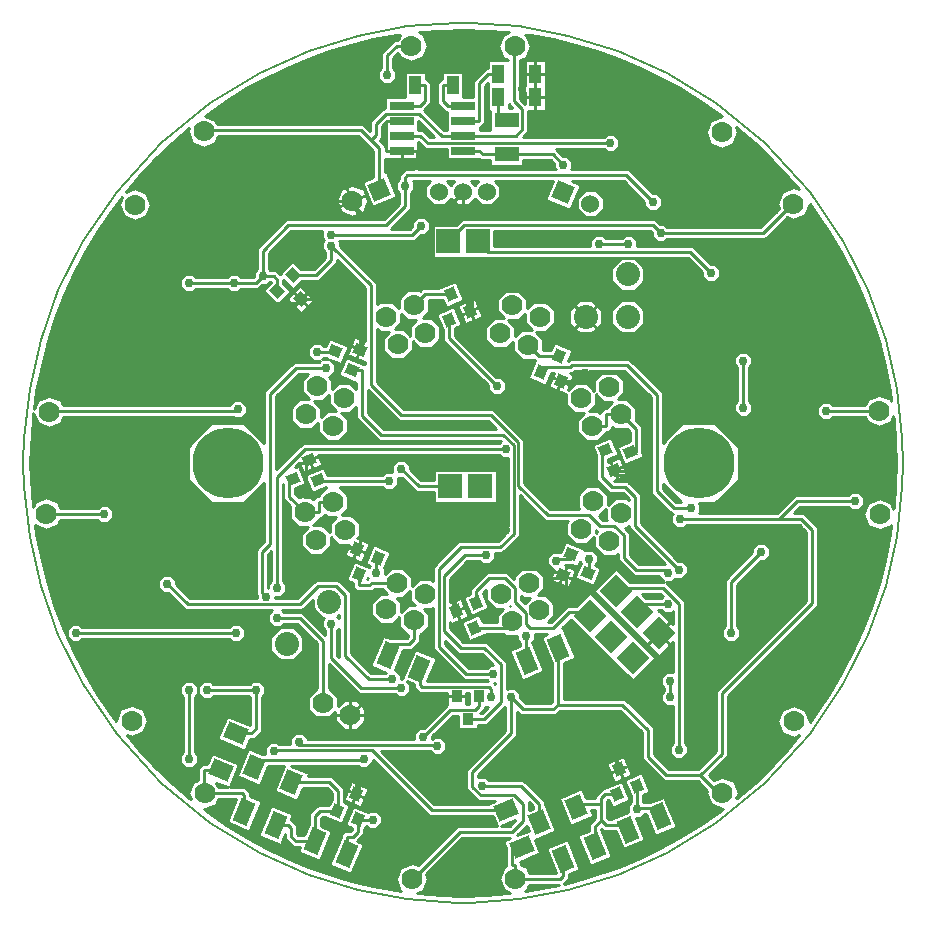
<source format=gbr>
G04 PROTEUS RS274X GERBER FILE*
%FSLAX45Y45*%
%MOMM*%
G01*
%ADD10C,0.254000*%
%ADD11C,0.762000*%
%ADD12C,1.778000*%
%AMPPAD003*
4,1,4,
0.639430,0.216260,
0.299230,-0.605070,
-0.639430,-0.216260,
-0.299230,0.605070,
0.639430,0.216260,
0*%
%ADD13PPAD003*%
%AMPPAD004*
4,1,4,
0.605070,-0.299230,
-0.216260,-0.639430,
-0.605070,0.299230,
0.216260,0.639430,
0.605070,-0.299230,
0*%
%ADD14PPAD004*%
%AMPPAD005*
4,1,4,
0.216260,-0.639430,
-0.605070,-0.299230,
-0.216260,0.639430,
0.605070,0.299230,
0.216260,-0.639430,
0*%
%ADD15PPAD005*%
%AMPPAD006*
4,1,4,
-0.299230,-0.605070,
-0.639430,0.216260,
0.299230,0.605070,
0.639430,-0.216260,
-0.299230,-0.605070,
0*%
%ADD16PPAD006*%
%AMPPAD007*
4,1,4,
-0.197860,1.181670,
0.975470,0.695660,
0.197860,-1.181670,
-0.975470,-0.695660,
-0.197860,1.181670,
0*%
%ADD17PPAD007*%
%AMPPAD008*
4,1,4,
-0.975470,0.695660,
0.197860,1.181670,
0.975470,-0.695660,
-0.197860,-1.181670,
-0.975470,0.695660,
0*%
%ADD18PPAD008*%
%ADD19C,1.524000*%
%ADD70R,2.032000X2.032000*%
%AMPPAD011*
4,1,4,
0.000000,1.436840,
1.436840,0.000000,
0.000000,-1.436840,
-1.436840,0.000000,
0.000000,1.436840,
0*%
%ADD71PPAD011*%
%ADD20C,2.032000*%
%AMPPAD013*
4,1,4,
-0.673520,0.044900,
-0.044900,0.673520,
0.673520,-0.044900,
0.044900,-0.673520,
-0.673520,0.044900,
0*%
%ADD21PPAD013*%
%ADD22R,2.032000X0.635000*%
%ADD23R,2.032000X1.270000*%
%ADD24R,0.889000X1.016000*%
%AMPPAD017*
4,1,4,
0.412390,-0.995600,
-0.995600,-0.412390,
-0.412390,0.995600,
0.995600,0.412390,
0.412390,-0.995600,
0*%
%ADD25PPAD017*%
%AMPPAD018*
4,1,4,
-0.995600,0.412390,
0.412390,0.995600,
0.995600,-0.412390,
-0.412390,-0.995600,
-0.995600,0.412390,
0*%
%ADD26PPAD018*%
%ADD27R,1.016000X1.524000*%
%AMPPAD020*
4,1,4,
0.985540,-0.554020,
-0.305120,-1.088630,
-0.985540,0.554020,
0.305120,1.088630,
0.985540,-0.554020,
0*%
%ADD28PPAD020*%
%AMPPAD021*
4,1,4,
0.305120,-1.088630,
-0.985540,-0.554020,
-0.305120,1.088630,
0.985540,0.554020,
0.305120,-1.088630,
0*%
%ADD29PPAD021*%
%AMPPAD022*
4,1,4,
-0.554020,-0.985540,
-1.088630,0.305120,
0.554020,0.985540,
1.088630,-0.305120,
-0.554020,-0.985540,
0*%
%ADD72PPAD022*%
%AMPPAD023*
4,1,4,
-1.088630,-0.305120,
-0.554020,0.985540,
1.088630,0.305120,
0.554020,-0.985540,
-1.088630,-0.305120,
0*%
%ADD73PPAD023*%
%ADD30C,6.000000*%
%ADD31C,0.203200*%
G36*
X+196363Y+3664019D02*
X+387448Y+3649005D01*
X+393513Y+3648207D01*
X+342799Y+3627201D01*
X+302537Y+3530000D01*
X+342799Y+3432799D01*
X+382923Y+3416179D01*
X+382923Y+3414299D01*
X+211101Y+3414299D01*
X+211101Y+3350799D01*
X+197539Y+3350799D01*
X+86361Y+3239621D01*
X+86361Y+3098049D01*
X+3859Y+3098049D01*
X+3859Y+3314299D01*
X-173939Y+3314299D01*
X-173939Y+3250799D01*
X-186141Y+3250799D01*
X-215899Y+3221041D01*
X-215899Y+3047799D01*
X-145501Y+2977401D01*
X-132748Y+2977401D01*
X-132748Y+2844049D01*
X-132749Y+2844049D01*
X-132749Y+2824999D01*
X-156759Y+2824999D01*
X-324400Y+2992640D01*
X-269241Y+3047798D01*
X-269241Y+3221041D01*
X-298999Y+3250799D01*
X-311101Y+3250799D01*
X-311101Y+3314299D01*
X-488899Y+3314299D01*
X-488899Y+3098048D01*
X-653449Y+3098048D01*
X-653449Y+3012439D01*
X-666201Y+3012439D01*
X-782319Y+2896321D01*
X-782319Y+2817579D01*
X-840887Y+2876147D01*
X-2079936Y+2876147D01*
X-2092799Y+2907202D01*
X-2181829Y+2944080D01*
X-2160052Y+2960940D01*
X-1999879Y+3071838D01*
X-1834382Y+3173866D01*
X-1664052Y+3266795D01*
X-1489316Y+3350453D01*
X-1310733Y+3424632D01*
X-1128761Y+3489196D01*
X-943934Y+3544006D01*
X-756757Y+3588960D01*
X-567765Y+3623975D01*
X-534282Y+3628379D01*
X-551049Y+3587898D01*
X-577445Y+3587898D01*
X-690879Y+3474464D01*
X-690879Y+3348803D01*
X-716279Y+3323403D01*
X-716279Y+3260277D01*
X-671643Y+3215641D01*
X-608517Y+3215641D01*
X-563881Y+3260277D01*
X-563881Y+3323403D01*
X-589281Y+3348803D01*
X-589281Y+3432382D01*
X-546455Y+3475208D01*
X-531829Y+3439898D01*
X-434628Y+3399636D01*
X-337427Y+3439898D01*
X-297165Y+3537099D01*
X-337427Y+3634300D01*
X-373649Y+3649304D01*
X-186363Y+3664019D01*
X+5000Y+3669019D01*
X+196363Y+3664019D01*
G37*
G36*
X+577765Y+3623975D02*
X+766757Y+3588960D01*
X+953934Y+3544006D01*
X+1138761Y+3489196D01*
X+1320733Y+3424632D01*
X+1499316Y+3350453D01*
X+1674052Y+3266795D01*
X+1844382Y+3173866D01*
X+2009879Y+3071838D01*
X+2170052Y+2960940D01*
X+2198073Y+2939246D01*
X+2195371Y+2940365D01*
X+2098170Y+2900103D01*
X+2057908Y+2802902D01*
X+2098170Y+2705701D01*
X+2195371Y+2665439D01*
X+2292572Y+2705701D01*
X+2332834Y+2802902D01*
X+2313315Y+2850024D01*
X+2324434Y+2841416D01*
X+2472564Y+2713535D01*
X+2614009Y+2577568D01*
X+2748372Y+2433774D01*
X+2844606Y+2318987D01*
X+2800001Y+2337463D01*
X+2702800Y+2297201D01*
X+2662538Y+2200000D01*
X+2679159Y+2159875D01*
X+2649522Y+2130238D01*
X+2649520Y+2130238D01*
X+2619763Y+2100480D01*
X+2520801Y+2001518D01*
X+1733363Y+2001519D01*
X+1707963Y+2026919D01*
X+1672041Y+2026919D01*
X+1631401Y+2067559D01*
X-8281Y+2067559D01*
X-56141Y+2019699D01*
X-263699Y+2019699D01*
X-263699Y+1740301D01*
X+269699Y+1740301D01*
X+269699Y+1742441D01*
X+1904279Y+1742441D01*
X+2026921Y+1619799D01*
X+2026921Y+1583877D01*
X+2071557Y+1539241D01*
X+2134683Y+1539241D01*
X+2179319Y+1583877D01*
X+2179319Y+1647003D01*
X+2134683Y+1691639D01*
X+2098761Y+1691639D01*
X+1946361Y+1844039D01*
X+1478279Y+1844039D01*
X+1478279Y+1890843D01*
X+1433643Y+1935479D01*
X+1370517Y+1935479D01*
X+1345117Y+1910079D01*
X+1215203Y+1910079D01*
X+1189803Y+1935479D01*
X+1126677Y+1935479D01*
X+1082041Y+1890843D01*
X+1082041Y+1844039D01*
X+269699Y+1844039D01*
X+269699Y+1965961D01*
X+1589319Y+1965961D01*
X+1600201Y+1955079D01*
X+1600201Y+1919157D01*
X+1644837Y+1874521D01*
X+1707963Y+1874521D01*
X+1733363Y+1899921D01*
X+2562885Y+1899922D01*
X+2691602Y+2028639D01*
X+2691604Y+2028639D01*
X+2747322Y+2084358D01*
X+2800001Y+2062537D01*
X+2897202Y+2102799D01*
X+2937334Y+2199686D01*
X+2994154Y+2123958D01*
X+3104823Y+1958490D01*
X+3206841Y+1786358D01*
X+3299866Y+1607773D01*
X+3383578Y+1422824D01*
X+3457621Y+1231549D01*
X+3521678Y+1033584D01*
X+3575393Y+827981D01*
X+3618363Y+612113D01*
X+3629555Y+529143D01*
X+3624300Y+541829D01*
X+3527099Y+582091D01*
X+3429898Y+541829D01*
X+3410678Y+495427D01*
X+3132775Y+495427D01*
X+3110043Y+518159D01*
X+3046917Y+518159D01*
X+3002281Y+473523D01*
X+3002281Y+410397D01*
X+3046917Y+365761D01*
X+3110043Y+365761D01*
X+3138111Y+393829D01*
X+3410678Y+393829D01*
X+3429898Y+347427D01*
X+3527099Y+307165D01*
X+3624300Y+347427D01*
X+3646754Y+401635D01*
X+3650000Y+377570D01*
X+3668961Y+5000D01*
X+3650000Y-367570D01*
X+3647937Y-382864D01*
X+3627200Y-332800D01*
X+3529999Y-292538D01*
X+3432798Y-332800D01*
X+3392536Y-430001D01*
X+3432798Y-527202D01*
X+3529999Y-567464D01*
X+3627200Y-527202D01*
X+3629080Y-522664D01*
X+3618363Y-602113D01*
X+3575393Y-817981D01*
X+3521678Y-1023584D01*
X+3457621Y-1221549D01*
X+3383578Y-1412824D01*
X+3299866Y-1597773D01*
X+3206841Y-1776358D01*
X+3104823Y-1948490D01*
X+2994154Y-2113958D01*
X+2940109Y-2185987D01*
X+2940364Y-2185372D01*
X+2900102Y-2088171D01*
X+2802901Y-2047909D01*
X+2705700Y-2088171D01*
X+2665438Y-2185372D01*
X+2705700Y-2282573D01*
X+2802901Y-2322835D01*
X+2849007Y-2303737D01*
X+2748372Y-2423774D01*
X+2614009Y-2567568D01*
X+2472564Y-2703535D01*
X+2324434Y-2831416D01*
X+2318360Y-2836118D01*
X+2337463Y-2790000D01*
X+2297201Y-2692799D01*
X+2200000Y-2652537D01*
X+2124926Y-2683633D01*
X+2081958Y-2640665D01*
X+2244387Y-2478236D01*
X+2244387Y-1966681D01*
X+3007359Y-1203709D01*
X+3007359Y-539029D01*
X+2889971Y-421641D01*
X+2802339Y-421641D01*
X+2853141Y-370839D01*
X+3265357Y-370839D01*
X+3290757Y-396239D01*
X+3353883Y-396239D01*
X+3398519Y-351603D01*
X+3398519Y-288477D01*
X+3353883Y-243841D01*
X+3290757Y-243841D01*
X+3265357Y-269241D01*
X+2811059Y-269241D01*
X+2658659Y-421641D01*
X+2002601Y-421641D01*
X+2011679Y-412563D01*
X+2011679Y-349437D01*
X+2000341Y-338099D01*
X+2140045Y-338099D01*
X+2338099Y-140045D01*
X+2338099Y+140045D01*
X+2140045Y+338099D01*
X+1859955Y+338099D01*
X+1694179Y+172323D01*
X+1694179Y+600161D01*
X+1410421Y+883919D01*
X+908261Y+883919D01*
X+891679Y+867337D01*
X+930286Y+960542D01*
X+777755Y+1023722D01*
X+751691Y+960799D01*
X+681664Y+960799D01*
X+681664Y+1055403D01*
X+621268Y+1115799D01*
X+707270Y+1115799D01*
X+781664Y+1190193D01*
X+781664Y+1295403D01*
X+707270Y+1369797D01*
X+602060Y+1369797D01*
X+546999Y+1314736D01*
X+546999Y+1392605D01*
X+472605Y+1466999D01*
X+367395Y+1466999D01*
X+293001Y+1392605D01*
X+293001Y+1287395D01*
X+353397Y+1226999D01*
X+267395Y+1226999D01*
X+193001Y+1152605D01*
X+193001Y+1047395D01*
X+267395Y+973001D01*
X+372605Y+973001D01*
X+427666Y+1028062D01*
X+427666Y+950193D01*
X+502060Y+875799D01*
X+607270Y+875799D01*
X+608547Y+877076D01*
X+613314Y+872309D01*
X+549987Y+719424D01*
X+702518Y+656244D01*
X+747517Y+764879D01*
X+772262Y+764879D01*
X+723639Y+647494D01*
X+873001Y+585627D01*
X+873001Y+497395D01*
X+947395Y+423001D01*
X+1025264Y+423001D01*
X+970203Y+367940D01*
X+970203Y+262730D01*
X+1044597Y+188336D01*
X+1149807Y+188336D01*
X+1224201Y+262730D01*
X+1224201Y+265394D01*
X+1237701Y+265394D01*
X+1267459Y+295152D01*
X+1267459Y+305474D01*
X+1284597Y+288336D01*
X+1389807Y+288336D01*
X+1392535Y+291064D01*
X+1415962Y+267637D01*
X+1415962Y+187678D01*
X+1306278Y+142245D01*
X+1369458Y-10286D01*
X+1533722Y+57755D01*
X+1517560Y+96774D01*
X+1517560Y+309719D01*
X+1464201Y+363078D01*
X+1464201Y+467940D01*
X+1389807Y+542334D01*
X+1311938Y+542334D01*
X+1366999Y+597395D01*
X+1366999Y+702605D01*
X+1292605Y+776999D01*
X+1187395Y+776999D01*
X+1113001Y+702605D01*
X+1113001Y+616603D01*
X+1052605Y+676999D01*
X+947395Y+676999D01*
X+891345Y+620949D01*
X+944211Y+748578D01*
X+904857Y+764879D01*
X+932901Y+764879D01*
X+950343Y+782321D01*
X+1006660Y+782321D01*
X+1004570Y+780231D01*
X+1004570Y+753929D01*
X+1023169Y+735330D01*
X+1049471Y+735330D01*
X+1068070Y+753929D01*
X+1068070Y+780231D01*
X+1065980Y+782321D01*
X+1368339Y+782321D01*
X+1592581Y+558079D01*
X+1592581Y-255991D01*
X+1768389Y-431799D01*
X+1776919Y-431799D01*
X+1767841Y-440877D01*
X+1767841Y-504003D01*
X+1812477Y-548639D01*
X+1875603Y-548639D01*
X+1901003Y-523239D01*
X+2830380Y-523239D01*
X+2818130Y-535489D01*
X+2818130Y-561791D01*
X+2836729Y-580390D01*
X+2863031Y-580390D01*
X+2881630Y-561791D01*
X+2881630Y-556980D01*
X+2905761Y-581111D01*
X+2905761Y-1161627D01*
X+2142789Y-1924599D01*
X+2142789Y-2436154D01*
X+1989077Y-2589866D01*
X+1744726Y-2589866D01*
X+1617979Y-2463119D01*
X+1617979Y-2235677D01*
X+1373663Y-1991361D01*
X+855979Y-1991361D01*
X+855979Y-1692164D01*
X+957326Y-1650185D01*
X+850405Y-1392055D01*
X+843030Y-1395110D01*
X+915288Y-1322852D01*
X+1439210Y-1846774D01*
X+1636774Y-1649210D01*
X+1080000Y-1092436D01*
X+961175Y-1211261D01*
X+883199Y-1211261D01*
X+748259Y-1346201D01*
X+723403Y-1346201D01*
X+776999Y-1292605D01*
X+776999Y-1187395D01*
X+702605Y-1113001D01*
X+636603Y-1113001D01*
X+686999Y-1062605D01*
X+686999Y-957395D01*
X+612605Y-883001D01*
X+507395Y-883001D01*
X+433001Y-957395D01*
X+433001Y-976695D01*
X+375507Y-919201D01*
X+205294Y-919201D01*
X+61275Y-1063220D01*
X+61275Y-1103621D01*
X+3639Y-1127494D01*
X+71680Y-1291758D01*
X+224211Y-1228578D01*
X+170138Y-1098037D01*
X+198336Y-1069839D01*
X+198336Y-1159807D01*
X+272730Y-1234201D01*
X+338732Y-1234201D01*
X+288336Y-1284597D01*
X+288336Y-1339201D01*
X+168309Y-1339201D01*
X+142245Y-1276278D01*
X-10286Y-1339458D01*
X+57755Y-1503722D01*
X+209666Y-1440799D01*
X+339328Y-1440799D01*
X+362730Y-1464201D01*
X+457201Y-1464201D01*
X+457201Y-1494603D01*
X+482601Y-1520003D01*
X+482601Y-1544404D01*
X+394749Y-1580793D01*
X+501670Y-1838923D01*
X+689401Y-1761163D01*
X+587954Y-1516248D01*
X+609599Y-1494603D01*
X+609599Y-1447799D01*
X+715826Y-1447799D01*
X+662674Y-1469815D01*
X+754381Y-1691215D01*
X+754381Y-2021119D01*
X+743498Y-2032002D01*
X+534122Y-2032002D01*
X+487679Y-1985559D01*
X+487679Y-1949637D01*
X+443043Y-1905001D01*
X+379917Y-1905001D01*
X+375919Y-1908999D01*
X+375919Y-1681324D01*
X+204067Y-1509472D01*
X+3115Y-1509472D01*
X-109221Y-1397136D01*
X-109221Y-1346188D01*
X-101972Y-1363688D01*
X+50559Y-1300508D01*
X-17482Y-1136244D01*
X-109221Y-1174243D01*
X-109221Y-977351D01*
X+40091Y-828039D01*
X+141157Y-828039D01*
X+166557Y-853439D01*
X+229683Y-853439D01*
X+274319Y-808803D01*
X+274319Y-761999D01*
X+337448Y-761999D01*
X+482599Y-616848D01*
X+482599Y-269931D01*
X+700347Y-487679D01*
X+890180Y-487679D01*
X+875799Y-502060D01*
X+875799Y-607270D01*
X+950193Y-681664D01*
X+1055403Y-681664D01*
X+1115799Y-621268D01*
X+1115799Y-707270D01*
X+1190193Y-781664D01*
X+1295403Y-781664D01*
X+1313181Y-763886D01*
X+1313181Y-819949D01*
X+1450811Y-957579D01*
X+1661161Y-957579D01*
X+1661161Y-961203D01*
X+1701219Y-1001261D01*
X+1418825Y-1001261D01*
X+1300000Y-882436D01*
X+1102436Y-1080000D01*
X+1659210Y-1636774D01*
X+1780541Y-1515443D01*
X+1780541Y-1767841D01*
X+1721037Y-1767841D01*
X+1676401Y-1812477D01*
X+1676401Y-1875603D01*
X+1701801Y-1901003D01*
X+1701801Y-1924237D01*
X+1676401Y-1949637D01*
X+1676401Y-2012763D01*
X+1721037Y-2057399D01*
X+1780541Y-2057399D01*
X+1780541Y-2363657D01*
X+1752601Y-2391597D01*
X+1752601Y-2454723D01*
X+1797237Y-2499359D01*
X+1860363Y-2499359D01*
X+1904999Y-2454723D01*
X+1904999Y-2391597D01*
X+1882139Y-2368737D01*
X+1882139Y-1167594D01*
X+1720384Y-1005839D01*
X+1768923Y-1005839D01*
X+1799403Y-975359D01*
X+1860363Y-975359D01*
X+1904999Y-930723D01*
X+1904999Y-867597D01*
X+1860363Y-822961D01*
X+1824441Y-822961D01*
X+1508759Y-507279D01*
X+1508759Y-260743D01*
X+1401686Y-153670D01*
X+1415231Y-153670D01*
X+1433830Y-135071D01*
X+1433830Y-108769D01*
X+1415231Y-90170D01*
X+1388929Y-90170D01*
X+1388837Y-90262D01*
X+1330508Y+50559D01*
X+1231781Y+9665D01*
X+1231781Y+34410D01*
X+1321758Y+71680D01*
X+1258578Y+224211D01*
X+1094314Y+156170D01*
X+1130183Y+69574D01*
X+1130183Y-140577D01*
X+1241065Y-251459D01*
X+1355795Y-251459D01*
X+1407161Y-302825D01*
X+1407161Y-307557D01*
X+1392605Y-293001D01*
X+1287395Y-293001D01*
X+1226999Y-353397D01*
X+1226999Y-267395D01*
X+1152605Y-193001D01*
X+1047395Y-193001D01*
X+973001Y-267395D01*
X+973001Y-372605D01*
X+986477Y-386081D01*
X+742429Y-386081D01*
X+523239Y-166891D01*
X+523239Y+197876D01*
X+257233Y+463882D01*
X-499659Y+463882D01*
X-723902Y+688125D01*
X-723902Y+1134298D01*
X-702605Y+1113001D01*
X-626603Y+1113001D01*
X-676999Y+1062605D01*
X-676999Y+957395D01*
X-602605Y+883001D01*
X-497395Y+883001D01*
X-423001Y+957395D01*
X-423001Y+1035264D01*
X-367940Y+980203D01*
X-262730Y+980203D01*
X-188336Y+1054597D01*
X-188336Y+1159807D01*
X-262730Y+1234201D01*
X-338732Y+1234201D01*
X-288336Y+1284597D01*
X-288336Y+1379201D01*
X-168309Y+1379201D01*
X-142245Y+1316278D01*
X+10286Y+1379458D01*
X-57755Y+1543722D01*
X-209666Y+1480799D01*
X-343578Y+1480799D01*
X-361453Y+1462924D01*
X-362730Y+1464201D01*
X-467940Y+1464201D01*
X-542334Y+1389807D01*
X-542334Y+1311938D01*
X-597395Y+1366999D01*
X-702605Y+1366999D01*
X-723902Y+1345702D01*
X-723902Y+1527262D01*
X-1036321Y+1839681D01*
X-1036321Y+1875603D01*
X-1045399Y+1884681D01*
X-405679Y+1884681D01*
X-354879Y+1935481D01*
X-318957Y+1935481D01*
X-274321Y+1980117D01*
X-274321Y+2043243D01*
X-318957Y+2087879D01*
X-382083Y+2087879D01*
X-426719Y+2043243D01*
X-426719Y+2007321D01*
X-447761Y+1986279D01*
X-605071Y+1986279D01*
X-436881Y+2154469D01*
X-436881Y+2289997D01*
X-411481Y+2315397D01*
X-411481Y+2378523D01*
X-420559Y+2387601D01*
X-277242Y+2387601D01*
X-317499Y+2347344D01*
X-317499Y+2252656D01*
X-250544Y+2185701D01*
X-155856Y+2185701D01*
X-101600Y+2239957D01*
X-47344Y+2185701D01*
X+47344Y+2185701D01*
X+101600Y+2239957D01*
X+155856Y+2185701D01*
X+250544Y+2185701D01*
X+317499Y+2252656D01*
X+317499Y+2347344D01*
X+277242Y+2387601D01*
X+763393Y+2387601D01*
X+699691Y+2233812D01*
X+910888Y+2146331D01*
X+998369Y+2357528D01*
X+925767Y+2387601D01*
X+1365799Y+2387601D01*
X+1539241Y+2214159D01*
X+1539241Y+2178237D01*
X+1583877Y+2133601D01*
X+1647003Y+2133601D01*
X+1691639Y+2178237D01*
X+1691639Y+2241363D01*
X+1647003Y+2285999D01*
X+1611081Y+2285999D01*
X+1407881Y+2489199D01*
X+920561Y+2489199D01*
X+929639Y+2498277D01*
X+929639Y+2561403D01*
X+885003Y+2606039D01*
X+849081Y+2606039D01*
X+793199Y+2661921D01*
X+1192717Y+2661921D01*
X+1218117Y+2636521D01*
X+1281243Y+2636521D01*
X+1325879Y+2681157D01*
X+1325879Y+2744283D01*
X+1281243Y+2788919D01*
X+1218117Y+2788919D01*
X+1192717Y+2763519D01*
X+509729Y+2763519D01*
X+553719Y+2807509D01*
X+553719Y+2985701D01*
X+703859Y+2985701D01*
X+703859Y+3414299D01*
X+526061Y+3414299D01*
X+526061Y+3191680D01*
X+516071Y+3201670D01*
X+489769Y+3201670D01*
X+484521Y+3196422D01*
X+484521Y+3410978D01*
X+537201Y+3432799D01*
X+577463Y+3530000D01*
X+537201Y+3627201D01*
X+529741Y+3630291D01*
X+577765Y+3623975D01*
G37*
%LPC*%
G36*
X-3639Y+1167494D02*
X-64975Y+1142088D01*
X-64975Y+1081695D01*
X+285201Y+731519D01*
X+321123Y+731519D01*
X+365759Y+686883D01*
X+365759Y+623757D01*
X+321123Y+579121D01*
X+257997Y+579121D01*
X+213361Y+623757D01*
X+213361Y+659679D01*
X-166573Y+1039613D01*
X-166573Y+1129429D01*
X-224211Y+1268578D01*
X-71680Y+1331758D01*
X-3639Y+1167494D01*
G37*
G36*
X+170013Y+1239424D02*
X+17482Y+1176244D01*
X-50559Y+1340508D01*
X+101972Y+1403688D01*
X+170013Y+1239424D01*
G37*
G36*
X+1033688Y-728028D02*
X+1030123Y-736635D01*
X+1035237Y-731521D01*
X+1098363Y-731521D01*
X+1142999Y-776157D01*
X+1142999Y-839283D01*
X+1117723Y-864559D01*
X+1173722Y-887755D01*
X+1110542Y-1040286D01*
X+946278Y-972245D01*
X+998203Y-846885D01*
X+990601Y-839283D01*
X+990601Y-832050D01*
X+970508Y-880559D01*
X+929358Y-863514D01*
X+869618Y-863514D01*
X+961758Y-901680D01*
X+898578Y-1054211D01*
X+734314Y-986170D01*
X+770355Y-899159D01*
X+760917Y-899159D01*
X+716281Y-854523D01*
X+716281Y-791397D01*
X+760917Y-746761D01*
X+824043Y-746761D01*
X+830717Y-753435D01*
X+869424Y-659987D01*
X+1033688Y-728028D01*
G37*
G36*
X+982925Y+1100301D02*
X+901091Y+1182135D01*
X+901091Y+1297865D01*
X+982925Y+1379699D01*
X+1098655Y+1379699D01*
X+1180489Y+1297865D01*
X+1180489Y+1182135D01*
X+1098655Y+1100301D01*
X+982925Y+1100301D01*
G37*
G36*
X+1342135Y+1459511D02*
X+1260301Y+1541345D01*
X+1260301Y+1657075D01*
X+1342135Y+1738909D01*
X+1457865Y+1738909D01*
X+1539699Y+1657075D01*
X+1539699Y+1541345D01*
X+1457865Y+1459511D01*
X+1342135Y+1459511D01*
G37*
G36*
X+1342135Y+1100301D02*
X+1260301Y+1182135D01*
X+1260301Y+1297865D01*
X+1342135Y+1379699D01*
X+1457865Y+1379699D01*
X+1539699Y+1297865D01*
X+1539699Y+1182135D01*
X+1457865Y+1100301D01*
X+1342135Y+1100301D01*
G37*
G36*
X+1194299Y+2247344D02*
X+1194299Y+2152656D01*
X+1127344Y+2085701D01*
X+1032656Y+2085701D01*
X+965701Y+2152656D01*
X+965701Y+2247344D01*
X+1032656Y+2314299D01*
X+1127344Y+2314299D01*
X+1194299Y+2247344D01*
G37*
G36*
X+2453639Y+900243D02*
X+2453639Y+837117D01*
X+2428239Y+811717D01*
X+2428239Y+529403D01*
X+2453639Y+504003D01*
X+2453639Y+440877D01*
X+2409003Y+396241D01*
X+2345877Y+396241D01*
X+2301241Y+440877D01*
X+2301241Y+504003D01*
X+2326641Y+529403D01*
X+2326641Y+811717D01*
X+2301241Y+837117D01*
X+2301241Y+900243D01*
X+2345877Y+944879D01*
X+2409003Y+944879D01*
X+2453639Y+900243D01*
G37*
G36*
X+2606039Y-715197D02*
X+2606039Y-778323D01*
X+2561403Y-822959D01*
X+2525481Y-822959D01*
X+2321559Y-1026881D01*
X+2321559Y-1375597D01*
X+2346959Y-1400997D01*
X+2346959Y-1464123D01*
X+2302323Y-1508759D01*
X+2239197Y-1508759D01*
X+2194561Y-1464123D01*
X+2194561Y-1400997D01*
X+2219961Y-1375597D01*
X+2219961Y-984799D01*
X+2453641Y-751119D01*
X+2453641Y-715197D01*
X+2498277Y-670561D01*
X+2561403Y-670561D01*
X+2606039Y-715197D01*
G37*
G36*
X+669290Y-904691D02*
X+669290Y-878389D01*
X+687889Y-859790D01*
X+714191Y-859790D01*
X+732790Y-878389D01*
X+732790Y-904691D01*
X+714191Y-923290D01*
X+687889Y-923290D01*
X+669290Y-904691D01*
G37*
G36*
X+974090Y-1064711D02*
X+974090Y-1038409D01*
X+992689Y-1019810D01*
X+1018991Y-1019810D01*
X+1037590Y-1038409D01*
X+1037590Y-1064711D01*
X+1018991Y-1083310D01*
X+992689Y-1083310D01*
X+974090Y-1064711D01*
G37*
G36*
X+1019810Y+1526089D02*
X+1019810Y+1552391D01*
X+1038409Y+1570990D01*
X+1064711Y+1570990D01*
X+1083310Y+1552391D01*
X+1083310Y+1526089D01*
X+1064711Y+1507490D01*
X+1038409Y+1507490D01*
X+1019810Y+1526089D01*
G37*
G36*
X+2498250Y+1416849D02*
X+2498250Y+1443151D01*
X+2516849Y+1461750D01*
X+2543151Y+1461750D01*
X+2561750Y+1443151D01*
X+2561750Y+1416849D01*
X+2543151Y+1398250D01*
X+2516849Y+1398250D01*
X+2498250Y+1416849D01*
G37*
%LPD*%
G36*
X-2327463Y+2810001D02*
X-2287201Y+2712800D01*
X-2190000Y+2672538D01*
X-2092799Y+2712800D01*
X-2067222Y+2774549D01*
X-882969Y+2774549D01*
X-754902Y+2646482D01*
X-754902Y+2420680D01*
X-853854Y+2379693D01*
X-766373Y+2168496D01*
X-555176Y+2255977D01*
X-642657Y+2467174D01*
X-653304Y+2462764D01*
X-653304Y+2577351D01*
X-374051Y+2577351D01*
X-374051Y+2717751D01*
X-318221Y+2661921D01*
X-132749Y+2661921D01*
X-132749Y+2577351D01*
X+135169Y+2577351D01*
X+148019Y+2564501D01*
X+232301Y+2564501D01*
X+232301Y+2513701D01*
X+511699Y+2513701D01*
X+511699Y+2564501D01*
X+746939Y+2564501D01*
X+777241Y+2534199D01*
X+777241Y+2498277D01*
X+786319Y+2489199D01*
X-376740Y+2489199D01*
X-364490Y+2501449D01*
X-364490Y+2527751D01*
X-383089Y+2546350D01*
X-409391Y+2546350D01*
X-427990Y+2527751D01*
X-427990Y+2501449D01*
X-415740Y+2489199D01*
X-488401Y+2489199D01*
X-538479Y+2439121D01*
X-538479Y+2403923D01*
X-563879Y+2378523D01*
X-563879Y+2315397D01*
X-538479Y+2289997D01*
X-538479Y+2196551D01*
X-667471Y+2067559D01*
X-1496781Y+2067559D01*
X-1742439Y+1821901D01*
X-1742439Y+1641923D01*
X-1767839Y+1616523D01*
X-1767839Y+1580601D01*
X-1773641Y+1574799D01*
X-1878517Y+1574799D01*
X-1903917Y+1600199D01*
X-1967043Y+1600199D01*
X-1992443Y+1574799D01*
X-2259517Y+1574799D01*
X-2284917Y+1600199D01*
X-2348043Y+1600199D01*
X-2392679Y+1555563D01*
X-2392679Y+1492437D01*
X-2348043Y+1447801D01*
X-2284917Y+1447801D01*
X-2259517Y+1473201D01*
X-1992443Y+1473201D01*
X-1967043Y+1447801D01*
X-1903917Y+1447801D01*
X-1878517Y+1473201D01*
X-1731559Y+1473201D01*
X-1695999Y+1508761D01*
X-1660077Y+1508761D01*
X-1634677Y+1534161D01*
X-1621955Y+1534161D01*
X-1621955Y+1533175D01*
X-1692390Y+1462740D01*
X-1566668Y+1337018D01*
X-1449926Y+1453760D01*
X-1520359Y+1524193D01*
X-1520359Y+1556525D01*
X-1433760Y+1469926D01*
X-1363327Y+1540359D01*
X-1217919Y+1540359D01*
X-1061721Y+1696557D01*
X-1061721Y+1721401D01*
X-825498Y+1485178D01*
X-825498Y+1035656D01*
X-918578Y+1074211D01*
X-981758Y+921680D01*
X-825498Y+856954D01*
X-825498Y+838035D01*
X-827319Y+839856D01*
X-843959Y+839856D01*
X-990508Y+900559D01*
X-1053688Y+748028D01*
X-899159Y+684019D01*
X-899159Y+630630D01*
X-950193Y+681664D01*
X-1055403Y+681664D01*
X-1105799Y+631268D01*
X-1105799Y+707270D01*
X-1130050Y+731521D01*
X-1126677Y+731521D01*
X-1082041Y+776157D01*
X-1082041Y+839283D01*
X-1119959Y+877201D01*
X-1029458Y+839714D01*
X-966278Y+992245D01*
X-1130542Y+1060286D01*
X-1157303Y+995679D01*
X-1177477Y+995679D01*
X-1202877Y+1021079D01*
X-1266003Y+1021079D01*
X-1310639Y+976443D01*
X-1310639Y+913317D01*
X-1266003Y+868681D01*
X-1205041Y+868681D01*
X-1215203Y+858519D01*
X-1430742Y+858518D01*
X-1680799Y+608461D01*
X-1680799Y+168943D01*
X-1849955Y+338099D01*
X-2130045Y+338099D01*
X-2328099Y+140045D01*
X-2328099Y-140045D01*
X-2130045Y-338099D01*
X-1849955Y-338099D01*
X-1680799Y-168943D01*
X-1680799Y-658959D01*
X-1752756Y-730916D01*
X-1752756Y-1108004D01*
X-1737359Y-1123401D01*
X-1737359Y-1143001D01*
X-2305599Y-1143001D01*
X-2423161Y-1025439D01*
X-2423161Y-989517D01*
X-2467797Y-944881D01*
X-2530923Y-944881D01*
X-2575559Y-989517D01*
X-2575559Y-1052643D01*
X-2530923Y-1097279D01*
X-2495001Y-1097279D01*
X-2347681Y-1244599D01*
X-1611441Y-1244599D01*
X-1645919Y-1279077D01*
X-1645919Y-1342203D01*
X-1601283Y-1386839D01*
X-1538157Y-1386839D01*
X-1512757Y-1361439D01*
X-1398234Y-1361439D01*
X-1235465Y-1524208D01*
X-1235465Y-1905799D01*
X-1237271Y-1905799D01*
X-1311665Y-1980193D01*
X-1311665Y-2085403D01*
X-1237271Y-2159797D01*
X-1132061Y-2159797D01*
X-1076999Y-2104735D01*
X-1076999Y-2182605D01*
X-1002605Y-2256999D01*
X-897395Y-2256999D01*
X-823001Y-2182605D01*
X-823001Y-2077395D01*
X-897395Y-2003001D01*
X-1002605Y-2003001D01*
X-1057667Y-2058063D01*
X-1057667Y-1980193D01*
X-1132061Y-1905799D01*
X-1133867Y-1905799D01*
X-1133867Y-1701493D01*
X-879561Y-1955799D01*
X-575123Y-1955799D01*
X-549723Y-1981199D01*
X-486597Y-1981199D01*
X-441961Y-1936563D01*
X-441961Y-1873437D01*
X-470397Y-1845001D01*
X-415441Y-1867764D01*
X-415441Y-1899390D01*
X-369192Y-1945639D01*
X-132929Y-1945639D01*
X-132929Y-2042289D01*
X-330921Y-2240281D01*
X-366843Y-2240281D01*
X-411479Y-2284917D01*
X-411479Y-2336801D01*
X-1310641Y-2336801D01*
X-1310641Y-2330637D01*
X-1355277Y-2286001D01*
X-1418403Y-2286001D01*
X-1463039Y-2330637D01*
X-1463039Y-2377441D01*
X-1553397Y-2377441D01*
X-1568637Y-2362201D01*
X-1631763Y-2362201D01*
X-1676399Y-2406837D01*
X-1676399Y-2460543D01*
X-1696238Y-2460543D01*
X-1815250Y-2411246D01*
X-1912451Y-2645909D01*
X-1712988Y-2728530D01*
X-1644067Y-2562141D01*
X-1509740Y-2562141D01*
X-1598332Y-2776021D01*
X-1398869Y-2858642D01*
X-1354199Y-2750799D01*
X-1150249Y-2750799D01*
X-1109297Y-2791751D01*
X-1109297Y-2843996D01*
X-1128611Y-2890623D01*
X-1227963Y-2890623D01*
X-1300799Y-2963459D01*
X-1300799Y-3057148D01*
X-1338928Y-3149201D01*
X-1391199Y-3149201D01*
X-1402081Y-3138319D01*
X-1402081Y-3066298D01*
X-1453154Y-3015225D01*
X-1434749Y-2970793D01*
X-1622480Y-2893033D01*
X-1729401Y-3151163D01*
X-1541670Y-3228923D01*
X-1503679Y-3137205D01*
X-1503679Y-3180401D01*
X-1433281Y-3250799D01*
X-1381012Y-3250799D01*
X-1397326Y-3290185D01*
X-1209595Y-3367945D01*
X-1102674Y-3109815D01*
X-1199201Y-3069833D01*
X-1199201Y-3005541D01*
X-1185881Y-2992221D01*
X-1166042Y-2992221D01*
X-1017482Y-3053756D01*
X-949441Y-2889492D01*
X-1007699Y-2865361D01*
X-1007699Y-2851614D01*
X-857755Y-2913722D01*
X-789714Y-2749458D01*
X-882885Y-2710866D01*
X-867410Y-2695391D01*
X-867410Y-2669089D01*
X-886009Y-2650490D01*
X-912311Y-2650490D01*
X-930910Y-2669089D01*
X-930910Y-2690973D01*
X-942245Y-2686278D01*
X-1007699Y-2844296D01*
X-1007699Y-2749669D01*
X-1108167Y-2649201D01*
X-1312115Y-2649201D01*
X-1301668Y-2623979D01*
X-1450957Y-2562141D01*
X-883181Y-2562141D01*
X-869763Y-2575559D01*
X-806637Y-2575559D01*
X-762001Y-2530923D01*
X-762001Y-2507699D01*
X-284143Y-2985557D01*
X+253002Y-2985557D01*
X+288336Y-3070861D01*
X-43822Y-3070861D01*
X-377319Y-3404358D01*
X-430000Y-3382537D01*
X-527201Y-3422799D01*
X-567463Y-3520000D01*
X-527201Y-3617201D01*
X-519741Y-3620291D01*
X-567765Y-3613975D01*
X-756757Y-3578960D01*
X-943934Y-3534006D01*
X-1128761Y-3479196D01*
X-1310733Y-3414632D01*
X-1489316Y-3340453D01*
X-1664052Y-3256795D01*
X-1834382Y-3163866D01*
X-1999879Y-3061838D01*
X-2160052Y-2950940D01*
X-2188073Y-2929246D01*
X-2185371Y-2930365D01*
X-2088170Y-2890103D01*
X-2068950Y-2843701D01*
X-1915940Y-2843701D01*
X-1997326Y-3040185D01*
X-1809595Y-3117945D01*
X-1702674Y-2859815D01*
X-1799201Y-2819833D01*
X-1799201Y-2786910D01*
X-1844008Y-2742103D01*
X-1971399Y-2742103D01*
X-1891358Y-2548869D01*
X-2126021Y-2451668D01*
X-2166421Y-2549201D01*
X-2208106Y-2549201D01*
X-2237864Y-2578959D01*
X-2237864Y-2677182D01*
X-2282572Y-2695701D01*
X-2322834Y-2792902D01*
X-2303315Y-2840024D01*
X-2314434Y-2831416D01*
X-2462564Y-2703535D01*
X-2604009Y-2567568D01*
X-2738372Y-2423774D01*
X-2842130Y-2300013D01*
X-2800001Y-2317463D01*
X-2702800Y-2277201D01*
X-2662538Y-2180000D01*
X-2702800Y-2082799D01*
X-2800001Y-2042537D01*
X-2897202Y-2082799D01*
X-2936446Y-2177542D01*
X-2984154Y-2113958D01*
X-3094823Y-1948490D01*
X-3196841Y-1776358D01*
X-3289866Y-1597773D01*
X-3348341Y-1468581D01*
X-3308163Y-1508759D01*
X-3245037Y-1508759D01*
X-3219637Y-1483359D01*
X-1977203Y-1483359D01*
X-1951803Y-1508759D01*
X-1888677Y-1508759D01*
X-1844041Y-1464123D01*
X-1844041Y-1400997D01*
X-1888677Y-1356361D01*
X-1951803Y-1356361D01*
X-1977203Y-1381761D01*
X-3219637Y-1381761D01*
X-3245037Y-1356361D01*
X-3308163Y-1356361D01*
X-3352799Y-1400997D01*
X-3352799Y-1458732D01*
X-3373578Y-1412824D01*
X-3447621Y-1221549D01*
X-3511678Y-1023584D01*
X-3565393Y-817981D01*
X-3608363Y-602113D01*
X-3618890Y-524070D01*
X-3527099Y-562091D01*
X-3429898Y-521829D01*
X-3410678Y-475427D01*
X-3091815Y-475427D01*
X-3064323Y-502919D01*
X-3001197Y-502919D01*
X-2956561Y-458283D01*
X-2956561Y-395157D01*
X-3001197Y-350521D01*
X-3064323Y-350521D01*
X-3087631Y-373829D01*
X-3410678Y-373829D01*
X-3429898Y-327427D01*
X-3527099Y-287165D01*
X-3624300Y-327427D01*
X-3640102Y-365575D01*
X-3658961Y+5000D01*
X-3640000Y+377570D01*
X-3633749Y+423915D01*
X-3598436Y+338663D01*
X-3501235Y+298401D01*
X-3404034Y+338663D01*
X-3382158Y+391477D01*
X-1947039Y+391477D01*
X-1936563Y+381001D01*
X-1873437Y+381001D01*
X-1828801Y+425637D01*
X-1828801Y+488763D01*
X-1873437Y+533399D01*
X-1936563Y+533399D01*
X-1976887Y+493075D01*
X-3387470Y+493075D01*
X-3404034Y+533065D01*
X-3501235Y+573327D01*
X-3598436Y+533065D01*
X-3628968Y+459353D01*
X-3608363Y+612113D01*
X-3565393Y+827981D01*
X-3511678Y+1033584D01*
X-3447621Y+1231549D01*
X-3373578Y+1422824D01*
X-3289866Y+1607773D01*
X-3196841Y+1786358D01*
X-3094823Y+1958490D01*
X-2984154Y+2123958D01*
X-2884395Y+2256913D01*
X-2911600Y+2191235D01*
X-2871338Y+2094034D01*
X-2774137Y+2053772D01*
X-2676936Y+2094034D01*
X-2636674Y+2191235D01*
X-2676936Y+2288436D01*
X-2774137Y+2328698D01*
X-2854303Y+2295492D01*
X-2738372Y+2433774D01*
X-2604009Y+2577568D01*
X-2462564Y+2713535D01*
X-2314460Y+2841394D01*
X-2327463Y+2810001D01*
G37*
%LPC*%
G36*
X-1491232Y+1394490D02*
X-1374490Y+1511232D01*
X-1248768Y+1385510D01*
X-1365510Y+1268768D01*
X-1491232Y+1394490D01*
G37*
G36*
X-1431345Y-1389511D02*
X-1349511Y-1471345D01*
X-1349511Y-1587075D01*
X-1431345Y-1668909D01*
X-1547075Y-1668909D01*
X-1628909Y-1587075D01*
X-1628909Y-1471345D01*
X-1547075Y-1389511D01*
X-1431345Y-1389511D01*
G37*
G36*
X-1032686Y+2124964D02*
X-1072948Y+2222165D01*
X-1032686Y+2319366D01*
X-935485Y+2359628D01*
X-838284Y+2319366D01*
X-798022Y+2222165D01*
X-838284Y+2124964D01*
X-935485Y+2084702D01*
X-1032686Y+2124964D01*
G37*
G36*
X-802571Y-2950329D02*
X-793563Y-2941321D01*
X-730437Y-2941321D01*
X-685801Y-2985957D01*
X-685801Y-3049083D01*
X-730437Y-3093719D01*
X-793563Y-3093719D01*
X-818963Y-3068319D01*
X-820068Y-3068319D01*
X-833427Y-3100571D01*
X-833427Y-3140161D01*
X-890830Y-3197564D01*
X-834749Y-3220793D01*
X-941670Y-3478923D01*
X-1129401Y-3401163D01*
X-1031916Y-3165814D01*
X-1031916Y-3138719D01*
X-1002158Y-3108961D01*
X-945907Y-3108961D01*
X-935025Y-3098079D01*
X-935025Y-3087912D01*
X-996361Y-3062506D01*
X-928320Y-2898242D01*
X-802571Y-2950329D01*
G37*
G36*
X-1676401Y-1888677D02*
X-1676401Y-1951803D01*
X-1701801Y-1977203D01*
X-1701801Y-2270244D01*
X-1769385Y-2337828D01*
X-1803943Y-2337828D01*
X-1843867Y-2434213D01*
X-2078530Y-2337012D01*
X-1995909Y-2137549D01*
X-1803399Y-2217290D01*
X-1803399Y-1977203D01*
X-1814643Y-1965959D01*
X-2102037Y-1965959D01*
X-2132517Y-1996439D01*
X-2195643Y-1996439D01*
X-2240279Y-1951803D01*
X-2240279Y-1888677D01*
X-2195643Y-1844041D01*
X-2132517Y-1844041D01*
X-2112197Y-1864361D01*
X-1804483Y-1864361D01*
X-1784163Y-1844041D01*
X-1721037Y-1844041D01*
X-1676401Y-1888677D01*
G37*
G36*
X-1372870Y+2562409D02*
X-1372870Y+2588711D01*
X-1354271Y+2607310D01*
X-1327969Y+2607310D01*
X-1309370Y+2588711D01*
X-1309370Y+2562409D01*
X-1327969Y+2543810D01*
X-1354271Y+2543810D01*
X-1372870Y+2562409D01*
G37*
G36*
X-2439670Y-1811471D02*
X-2439670Y-1785169D01*
X-2421071Y-1766570D01*
X-2394769Y-1766570D01*
X-2376170Y-1785169D01*
X-2376170Y-1811471D01*
X-2394769Y-1830070D01*
X-2421071Y-1830070D01*
X-2439670Y-1811471D01*
G37*
G36*
X-275590Y-1994351D02*
X-275590Y-1968049D01*
X-256991Y-1949450D01*
X-230689Y-1949450D01*
X-212090Y-1968049D01*
X-212090Y-1994351D01*
X-230689Y-2012950D01*
X-256991Y-2012950D01*
X-275590Y-1994351D01*
G37*
G36*
X-2866390Y+855529D02*
X-2866390Y+881831D01*
X-2847791Y+900430D01*
X-2821489Y+900430D01*
X-2802890Y+881831D01*
X-2802890Y+855529D01*
X-2821489Y+836930D01*
X-2847791Y+836930D01*
X-2866390Y+855529D01*
G37*
G36*
X-2240281Y-1888677D02*
X-2240281Y-1951803D01*
X-2265681Y-1977203D01*
X-2265681Y-2442397D01*
X-2240281Y-2467797D01*
X-2240281Y-2530923D01*
X-2284917Y-2575559D01*
X-2348043Y-2575559D01*
X-2392679Y-2530923D01*
X-2392679Y-2467797D01*
X-2367279Y-2442397D01*
X-2367279Y-1977203D01*
X-2392679Y-1951803D01*
X-2392679Y-1888677D01*
X-2348043Y-1844041D01*
X-2284917Y-1844041D01*
X-2240281Y-1888677D01*
G37*
G36*
X-1814830Y+977449D02*
X-1814830Y+1003751D01*
X-1796231Y+1022350D01*
X-1769929Y+1022350D01*
X-1751330Y+1003751D01*
X-1751330Y+977449D01*
X-1769929Y+958850D01*
X-1796231Y+958850D01*
X-1814830Y+977449D01*
G37*
G36*
X-1372870Y+2288089D02*
X-1372870Y+2314391D01*
X-1354271Y+2332990D01*
X-1327969Y+2332990D01*
X-1309370Y+2314391D01*
X-1309370Y+2288089D01*
X-1327969Y+2269490D01*
X-1354271Y+2269490D01*
X-1372870Y+2288089D01*
G37*
%LPD*%
G36*
X+1516381Y-2277759D02*
X+1516381Y-2505201D01*
X+1702644Y-2691464D01*
X+1989077Y-2691464D01*
X+2069882Y-2772269D01*
X+2062537Y-2790000D01*
X+2102799Y-2887201D01*
X+2200000Y-2927463D01*
X+2200808Y-2927128D01*
X+2170052Y-2950940D01*
X+2009879Y-3061838D01*
X+1844382Y-3163866D01*
X+1674052Y-3256795D01*
X+1499316Y-3340453D01*
X+1320733Y-3414632D01*
X+1138761Y-3479196D01*
X+953934Y-3534006D01*
X+854700Y-3557839D01*
X+900799Y-3511740D01*
X+900799Y-3480167D01*
X+997326Y-3440185D01*
X+890405Y-3182055D01*
X+702674Y-3259815D01*
X+788203Y-3466299D01*
X+561049Y-3466299D01*
X+541829Y-3419897D01*
X+495427Y-3400677D01*
X+495427Y-3377479D01*
X+489246Y-3371298D01*
X+658642Y-3301131D01*
X+613089Y-3191158D01*
X+794213Y-3116133D01*
X+697012Y-2881470D01*
X+695557Y-2882073D01*
X+695557Y-2861622D01*
X+511096Y-2677161D01*
X+224603Y-2677161D01*
X+199203Y-2651761D01*
X+136077Y-2651761D01*
X+133031Y-2654807D01*
X+133031Y-2636289D01*
X+462279Y-2307041D01*
X+462279Y-2103839D01*
X+492038Y-2133598D01*
X+785582Y-2133598D01*
X+826221Y-2092959D01*
X+1331581Y-2092959D01*
X+1516381Y-2277759D01*
G37*
%LPC*%
G36*
X+1590013Y-2780576D02*
X+1529079Y-2805816D01*
X+1529079Y-2869117D01*
X+1530678Y-2870716D01*
X+1588490Y-2870716D01*
X+1708330Y-2821077D01*
X+1815251Y-3079207D01*
X+1627520Y-3156967D01*
X+1551034Y-2972314D01*
X+1539808Y-2972314D01*
X+1509843Y-3002279D01*
X+1469493Y-3002279D01*
X+1547326Y-3190185D01*
X+1359595Y-3267945D01*
X+1295845Y-3114039D01*
X+1193079Y-3114039D01*
X+1173480Y-3094440D01*
X+1169682Y-3098238D01*
X+1169682Y-3098483D01*
X+1265251Y-3329207D01*
X+1077520Y-3406967D01*
X+970599Y-3148837D01*
X+1068084Y-3108458D01*
X+1068084Y-3056156D01*
X+1122681Y-3001559D01*
X+1122682Y-2952750D01*
X+1122681Y-2934633D01*
X+1087046Y-2934633D01*
X+1108332Y-2986021D01*
X+908869Y-3068642D01*
X+811668Y-2833979D01*
X+1011131Y-2751358D01*
X+1044963Y-2833035D01*
X+1122681Y-2833035D01*
X+1122681Y-2814976D01*
X+1186622Y-2751035D01*
X+1196723Y-2751035D01*
X+1348320Y-2688242D01*
X+1416361Y-2852506D01*
X+1263830Y-2915686D01*
X+1237712Y-2852633D01*
X+1228704Y-2852633D01*
X+1224279Y-2857058D01*
X+1224279Y-2903942D01*
X+1224278Y-2952750D01*
X+1224279Y-3001559D01*
X+1235161Y-3012441D01*
X+1253762Y-3012441D01*
X+1252674Y-3009815D01*
X+1402081Y-2947929D01*
X+1402081Y-2894517D01*
X+1427481Y-2869117D01*
X+1427481Y-2819612D01*
X+1369441Y-2679492D01*
X+1521972Y-2616312D01*
X+1590013Y-2780576D01*
G37*
G36*
X+1430286Y-2640542D02*
X+1277755Y-2703722D01*
X+1209714Y-2539458D01*
X+1362245Y-2476278D01*
X+1430286Y-2640542D01*
G37*
G36*
X+1278890Y-2161991D02*
X+1278890Y-2135689D01*
X+1297489Y-2117090D01*
X+1323791Y-2117090D01*
X+1342390Y-2135689D01*
X+1342390Y-2161991D01*
X+1323791Y-2180590D01*
X+1297489Y-2180590D01*
X+1278890Y-2161991D01*
G37*
%LPD*%
G36*
X+766757Y-3578960D02*
X+577765Y-3613975D01*
X+526257Y-3620749D01*
X+541829Y-3614299D01*
X+561049Y-3567897D01*
X+812821Y-3567897D01*
X+766757Y-3578960D01*
G37*
G36*
X+341358Y-3198869D02*
X+366775Y-3260231D01*
X+366775Y-3411883D01*
X+347427Y-3419897D01*
X+307165Y-3517098D01*
X+347427Y-3614299D01*
X+402343Y-3637046D01*
X+387448Y-3639005D01*
X+196363Y-3654019D01*
X+5000Y-3659019D01*
X-186363Y-3654019D01*
X-377448Y-3639005D01*
X-383513Y-3638207D01*
X-332799Y-3617201D01*
X-292537Y-3520000D01*
X-309157Y-3479876D01*
X-1740Y-3172459D01*
X+405117Y-3172459D01*
X+341358Y-3198869D01*
G37*
G36*
X+526061Y+3045899D02*
X+484521Y+3087439D01*
X+484521Y+3143418D01*
X+489769Y+3138170D01*
X+516071Y+3138170D01*
X+526061Y+3148160D01*
X+526061Y+3045899D01*
G37*
G36*
X+421381Y+3006899D02*
X+388899Y+3006899D01*
X+388899Y+3039381D01*
X+421381Y+3006899D01*
G37*
G36*
X+211101Y+3185701D02*
X+211101Y+2985701D01*
X+232301Y+2985701D01*
X+232301Y+2824999D01*
X+146649Y+2824999D01*
X+146649Y+2831351D01*
X+146650Y+2831351D01*
X+146650Y+2850401D01*
X+158201Y+2850401D01*
X+187959Y+2880159D01*
X+187959Y+3197539D01*
X+211101Y+3220681D01*
X+211101Y+3185701D01*
G37*
G36*
X-238959Y+2763519D02*
X-276139Y+2763519D01*
X-337619Y+2824999D01*
X-374051Y+2824999D01*
X-374051Y+2831351D01*
X-374050Y+2831351D01*
X-374050Y+2898610D01*
X-238959Y+2763519D01*
G37*
G36*
X-653448Y+2844049D02*
X-653449Y+2844049D01*
X-653449Y+2688709D01*
X-700320Y+2735580D01*
X-680721Y+2755179D01*
X-680721Y+2854239D01*
X-653448Y+2881512D01*
X-653448Y+2844049D01*
G37*
G36*
X+101600Y+2360043D02*
X+74042Y+2387601D01*
X+129158Y+2387601D01*
X+101600Y+2360043D01*
G37*
G36*
X-101600Y+2360043D02*
X-129158Y+2387601D01*
X-74042Y+2387601D01*
X-101600Y+2360043D01*
G37*
G36*
X-1188719Y+1903917D02*
X-1174562Y+1889760D01*
X-1188719Y+1875603D01*
X-1188719Y+1812477D01*
X-1163319Y+1787077D01*
X-1163319Y+1738639D01*
X-1260003Y+1641955D01*
X-1372306Y+1641956D01*
X-1442740Y+1712390D01*
X-1548989Y+1606141D01*
X-1578607Y+1635759D01*
X-1634677Y+1635759D01*
X-1640841Y+1641923D01*
X-1640841Y+1779819D01*
X-1454699Y+1965961D01*
X-1188719Y+1965961D01*
X-1188719Y+1903917D01*
G37*
G36*
X-467940Y+1210203D02*
X-391938Y+1210203D01*
X-442334Y+1159807D01*
X-442334Y+1081938D01*
X-497395Y+1136999D01*
X-573397Y+1136999D01*
X-523001Y+1187395D01*
X-523001Y+1265264D01*
X-467940Y+1210203D01*
G37*
G36*
X+527666Y+1190193D02*
X+588062Y+1129797D01*
X+502060Y+1129797D01*
X+446999Y+1074736D01*
X+446999Y+1152605D01*
X+386603Y+1213001D01*
X+472605Y+1213001D01*
X+527666Y+1268062D01*
X+527666Y+1190193D01*
G37*
G36*
X-1136177Y+883919D02*
X-1187639Y+883919D01*
X-1177477Y+894081D01*
X-1160710Y+894081D01*
X-1136177Y+883919D01*
G37*
G36*
X+1187395Y+523001D02*
X+1265264Y+523001D01*
X+1210203Y+467940D01*
X+1210203Y+466992D01*
X+1195619Y+466992D01*
X+1165861Y+437234D01*
X+1165861Y+426280D01*
X+1149807Y+442334D01*
X+1071938Y+442334D01*
X+1126999Y+497395D01*
X+1126999Y+583397D01*
X+1187395Y+523001D01*
G37*
G36*
X-1129797Y+502060D02*
X-1074736Y+446999D01*
X-1152605Y+446999D01*
X-1203001Y+396603D01*
X-1203001Y+472605D01*
X-1258062Y+527666D01*
X-1180193Y+527666D01*
X-1129797Y+578062D01*
X-1129797Y+502060D01*
G37*
G36*
X-556620Y+377163D02*
X-541741Y+362284D01*
X+215151Y+362284D01*
X+283446Y+293989D01*
X-667438Y+293989D01*
X-797561Y+424112D01*
X-797561Y+618104D01*
X-556620Y+377163D01*
G37*
G36*
X-1310145Y+756922D02*
X-1359797Y+707270D01*
X-1359797Y+602060D01*
X-1304736Y+546999D01*
X-1382605Y+546999D01*
X-1456999Y+472605D01*
X-1456999Y+367395D01*
X-1382605Y+293001D01*
X-1277395Y+293001D01*
X-1226999Y+343397D01*
X-1226999Y+267395D01*
X-1152605Y+193001D01*
X-1047395Y+193001D01*
X-973001Y+267395D01*
X-973001Y+372605D01*
X-1028062Y+427666D01*
X-950193Y+427666D01*
X-899159Y+478700D01*
X-899159Y+382030D01*
X-709520Y+192391D01*
X+321859Y+192391D01*
X+325164Y+189086D01*
X+308797Y+172719D01*
X-1355811Y+172719D01*
X-1579201Y-50671D01*
X-1579201Y+566379D01*
X-1388658Y+756922D01*
X-1310145Y+756922D01*
G37*
G36*
X+1370330Y-135071D02*
X+1385120Y-149861D01*
X+1283147Y-149861D01*
X+1281661Y-148375D01*
X+1370330Y-111647D01*
X+1370330Y-135071D01*
G37*
G36*
X+1852057Y-330201D02*
X+1810471Y-330201D01*
X+1694179Y-213909D01*
X+1694179Y-172323D01*
X+1852057Y-330201D01*
G37*
G36*
X+334197Y+45721D02*
X+381001Y+45721D01*
X+381001Y-534220D01*
X+378911Y-532130D01*
X+352609Y-532130D01*
X+334010Y-550729D01*
X+334010Y-577031D01*
X+352609Y-595630D01*
X+360137Y-595630D01*
X+295366Y-660401D01*
X-36458Y-660401D01*
X-251459Y-875402D01*
X-251459Y-998937D01*
X-267395Y-983001D01*
X-372605Y-983001D01*
X-427666Y-1038062D01*
X-427666Y-960193D01*
X-502060Y-885799D01*
X-607270Y-885799D01*
X-655321Y-933850D01*
X-655321Y-898077D01*
X-666602Y-886796D01*
X-609714Y-749458D01*
X-762245Y-686278D01*
X-830286Y-850542D01*
X-782319Y-870410D01*
X-782319Y-872677D01*
X-790437Y-880795D01*
X-921972Y-826312D01*
X-990013Y-990576D01*
X-930526Y-1015216D01*
X-930526Y-1054821D01*
X-900768Y-1084579D01*
X-768899Y-1084579D01*
X-745873Y-1061553D01*
X-681664Y-1061553D01*
X-681664Y-1065403D01*
X-641268Y-1105799D01*
X-697270Y-1105799D01*
X-771664Y-1180193D01*
X-771664Y-1285403D01*
X-697270Y-1359797D01*
X-592060Y-1359797D01*
X-536999Y-1304736D01*
X-536999Y-1382605D01*
X-462605Y-1456999D01*
X-460799Y-1456999D01*
X-460799Y-1469939D01*
X-472081Y-1481221D01*
X-618538Y-1481221D01*
X-673930Y-1458277D01*
X-780851Y-1716407D01*
X-645707Y-1772385D01*
X-651323Y-1778001D01*
X-775249Y-1778001D01*
X-947421Y-1605829D01*
X-947421Y-1092749D01*
X-1052109Y-988061D01*
X-1245321Y-988061D01*
X-1400261Y-1143001D01*
X-1584961Y-1143001D01*
X-1584961Y-1127759D01*
X-1538157Y-1127759D01*
X-1493521Y-1083123D01*
X-1493521Y-1019997D01*
X-1518921Y-994597D01*
X-1518921Y-171773D01*
X-1518618Y-172504D01*
X-1518618Y-302869D01*
X-1461479Y-360008D01*
X-1464201Y-362730D01*
X-1464201Y-467940D01*
X-1389807Y-542334D01*
X-1311938Y-542334D01*
X-1366999Y-597395D01*
X-1366999Y-702605D01*
X-1292605Y-776999D01*
X-1187395Y-776999D01*
X-1113001Y-702605D01*
X-1113001Y-626603D01*
X-1052605Y-686999D01*
X-1036700Y-686999D01*
X-1052830Y-703129D01*
X-1052830Y-729431D01*
X-1034231Y-748030D01*
X-1007929Y-748030D01*
X-989330Y-729431D01*
X-989330Y-703129D01*
X-1005460Y-686999D01*
X-965990Y-686999D01*
X-1003938Y-778612D01*
X-851407Y-841792D01*
X-783366Y-677528D01*
X-892655Y-632259D01*
X-873001Y-612605D01*
X-873001Y-507395D01*
X-947395Y-433001D01*
X-1025264Y-433001D01*
X-970203Y-377940D01*
X-970203Y-272730D01*
X-1039734Y-203199D01*
X-681803Y-203199D01*
X-656403Y-228599D01*
X-593277Y-228599D01*
X-548641Y-183963D01*
X-548641Y-121919D01*
X-513801Y-121919D01*
X-391822Y-243898D01*
X-244399Y-243898D01*
X-244399Y-332799D01*
X+288999Y-332799D01*
X+288999Y-53401D01*
X-244399Y-53401D01*
X-244399Y-142302D01*
X-349738Y-142302D01*
X-441961Y-50079D01*
X-441961Y-14157D01*
X-486597Y+30479D01*
X-549723Y+30479D01*
X-594359Y-14157D01*
X-594359Y-76201D01*
X-656403Y-76201D01*
X-681803Y-101601D01*
X-1149343Y-101601D01*
X-1177494Y-33639D01*
X-1341758Y-101680D01*
X-1278578Y-254211D01*
X-1155425Y-203199D01*
X-1154670Y-203199D01*
X-1224201Y-272730D01*
X-1224201Y-273697D01*
X-1237701Y-273697D01*
X-1267459Y-303455D01*
X-1267459Y-305474D01*
X-1284597Y-288336D01*
X-1340715Y-288336D01*
X-1324610Y-272231D01*
X-1324610Y-245929D01*
X-1343209Y-227330D01*
X-1369511Y-227330D01*
X-1388110Y-245929D01*
X-1388110Y-272231D01*
X-1372005Y-288336D01*
X-1389471Y-288336D01*
X-1417020Y-260787D01*
X-1417020Y-209832D01*
X-1326278Y-172245D01*
X-1389458Y-19714D01*
X-1415246Y-30396D01*
X-1384162Y+688D01*
X-1350508Y-80559D01*
X-1186244Y-12518D01*
X-1220888Y+71121D01*
X+308797Y+71121D01*
X+334197Y+45721D01*
G37*
G36*
X+1213001Y-472605D02*
X+1219597Y-479201D01*
X+1186041Y-479201D01*
X+1153222Y-446382D01*
X+1213001Y-386603D01*
X+1213001Y-472605D01*
G37*
G36*
X-1149807Y-452334D02*
X-1071938Y-452334D01*
X-1126999Y-507395D01*
X-1126999Y-583397D01*
X-1187395Y-523001D01*
X-1265264Y-523001D01*
X-1210203Y-467940D01*
X-1210203Y-465295D01*
X-1195619Y-465295D01*
X-1166232Y-435908D01*
X-1149807Y-452334D01*
G37*
G36*
X+1140510Y-577350D02*
X+1129797Y-588062D01*
X+1129797Y-566637D01*
X+1140510Y-577350D01*
G37*
G36*
X+1407161Y-549361D02*
X+1711241Y-853441D01*
X+1705797Y-853441D01*
X+1703257Y-855981D01*
X+1492893Y-855981D01*
X+1414779Y-777867D01*
X+1414779Y-587289D01*
X+1374489Y-546999D01*
X+1392605Y-546999D01*
X+1407161Y-532443D01*
X+1407161Y-549361D01*
G37*
G36*
X-798461Y-970461D02*
X-806175Y-978175D01*
X-801656Y-967266D01*
X-798461Y-970461D01*
G37*
G36*
X-1620519Y-994597D02*
X-1645919Y-1019997D01*
X-1645919Y-1051561D01*
X-1651158Y-1051561D01*
X-1651158Y-772998D01*
X-1620519Y-742359D01*
X-1620519Y-994597D01*
G37*
G36*
X+1694592Y-1123726D02*
X+1680397Y-1137921D01*
X+1555485Y-1137921D01*
X+1520423Y-1102859D01*
X+1673724Y-1102859D01*
X+1694592Y-1123726D01*
G37*
G36*
X+507395Y-1136999D02*
X+573397Y-1136999D01*
X+523936Y-1186460D01*
X+493895Y-1156419D01*
X+493895Y-1123499D01*
X+507395Y-1136999D01*
G37*
G36*
X+403999Y-1210203D02*
X+401938Y-1210203D01*
X+402968Y-1209172D01*
X+403999Y-1210203D01*
G37*
G36*
X-446999Y-1162605D02*
X-406603Y-1203001D01*
X-462605Y-1203001D01*
X-517666Y-1258062D01*
X-517666Y-1180193D01*
X-558062Y-1139797D01*
X-502060Y-1139797D01*
X-446999Y-1084736D01*
X-446999Y-1162605D01*
G37*
G36*
X-1049019Y-1312099D02*
X-1061777Y-1299341D01*
X-1049019Y-1286583D01*
X-1049019Y-1312099D01*
G37*
G36*
X+1705797Y-1264919D02*
X+1768923Y-1264919D01*
X+1780541Y-1253301D01*
X+1780541Y-1362977D01*
X+1657083Y-1239519D01*
X+1680397Y-1239519D01*
X+1705797Y-1264919D01*
G37*
G36*
X-1269699Y-1227865D02*
X-1187865Y-1309699D01*
X-1173621Y-1309699D01*
X-1188719Y-1324797D01*
X-1188719Y-1387923D01*
X-1163319Y-1413323D01*
X-1163319Y-1452674D01*
X-1356152Y-1259841D01*
X-1512757Y-1259841D01*
X-1527999Y-1244599D01*
X-1358179Y-1244599D01*
X-1269699Y-1156119D01*
X-1269699Y-1227865D01*
G37*
G36*
X-1049019Y-1642661D02*
X-1061721Y-1629959D01*
X-1061721Y-1413323D01*
X-1049019Y-1400621D01*
X-1049019Y-1642661D01*
G37*
G36*
X-53846Y-1596191D02*
X-38967Y-1611070D01*
X+161985Y-1611070D01*
X+257796Y-1706881D01*
X+227517Y-1706881D01*
X+202117Y-1732281D01*
X+50251Y-1732281D01*
X-149861Y-1532169D01*
X-149861Y-1500176D01*
X-53846Y-1596191D01*
G37*
G36*
X-251459Y-1553210D02*
X-251459Y-1574251D01*
X+8169Y-1833879D01*
X+202117Y-1833879D01*
X+212279Y-1844041D01*
X-299885Y-1844041D01*
X-218274Y-1647015D01*
X-406005Y-1569255D01*
X-512926Y-1827385D01*
X-509507Y-1828801D01*
X-518161Y-1828801D01*
X-518161Y-1797237D01*
X-562797Y-1752601D01*
X-575903Y-1752601D01*
X-505577Y-1582819D01*
X-429999Y-1582819D01*
X-359201Y-1512021D01*
X-359201Y-1456999D01*
X-357395Y-1456999D01*
X-283001Y-1382605D01*
X-283001Y-1277395D01*
X-323397Y-1236999D01*
X-267395Y-1236999D01*
X-251459Y-1221063D01*
X-251459Y-1553210D01*
G37*
G36*
X+274321Y-1871261D02*
X+262339Y-1859279D01*
X+274321Y-1859279D01*
X+274321Y-1871261D01*
G37*
G36*
X+55031Y-2034542D02*
X+32169Y-2034542D01*
X+32169Y-1945639D01*
X+55031Y-1945639D01*
X+55031Y-2034542D01*
G37*
G36*
X+163319Y-2113401D02*
X+150939Y-2113401D01*
X+188379Y-2075961D01*
X+188379Y-2062599D01*
X+214121Y-2062599D01*
X+163319Y-2113401D01*
G37*
G36*
X+360681Y-2264959D02*
X+31433Y-2594207D01*
X+31433Y-2757415D01*
X+131517Y-2857499D01*
X+277035Y-2857499D01*
X+213156Y-2883959D01*
X-242061Y-2883959D01*
X-687621Y-2438399D01*
X-275403Y-2438399D01*
X-244923Y-2468879D01*
X-181797Y-2468879D01*
X-137161Y-2424243D01*
X-137161Y-2361117D01*
X-181797Y-2316481D01*
X-244923Y-2316481D01*
X-259081Y-2330639D01*
X-259081Y-2312121D01*
X-83098Y-2136138D01*
X-38949Y-2136138D01*
X-38949Y-2253099D01*
X+126149Y-2253099D01*
X+126149Y-2214999D01*
X+205401Y-2214999D01*
X+360681Y-2059719D01*
X+360681Y-2264959D01*
G37*
G36*
X+593959Y-2903704D02*
X+593959Y-2924156D01*
X+561339Y-2937668D01*
X+561339Y-2871084D01*
X+593959Y-2903704D01*
G37*
G36*
X+397250Y-3070861D02*
X+326101Y-3070861D01*
X+447560Y-3020551D01*
X+397250Y-3070861D01*
G37*
G36*
X+557682Y-3109264D02*
X+463526Y-3148265D01*
X+541527Y-3070264D01*
X+557682Y-3109264D01*
G37*
G36*
X-1989017Y-2742103D02*
X-2068950Y-2742103D01*
X-2085504Y-2702137D01*
X-1989017Y-2742103D01*
G37*
D10*
X-1234440Y+944880D02*
X-1080000Y+944880D01*
X-1080000Y+950000D01*
X+1066800Y-807720D02*
X+1066800Y-930000D01*
X+1060000Y-930000D01*
X+533400Y-1463040D02*
X+533400Y-1670978D01*
X+542075Y-1670978D01*
X-410000Y-1330000D02*
X-410000Y-1490980D01*
X-451040Y-1532020D01*
X-633525Y-1532020D01*
X-633525Y-1626222D01*
X+3078480Y+441960D02*
X+3081148Y+444628D01*
X+3527099Y+444628D01*
X+444628Y-3517098D02*
X+444628Y-3398520D01*
X+417574Y-3398520D01*
X+417574Y-3250000D01*
X+500000Y-3250000D01*
X+1173480Y-3022600D02*
X+1173480Y-2882900D01*
X+1172546Y-2883834D01*
X+960000Y-2883834D01*
X+960000Y-2910000D01*
X+1173480Y-3022600D02*
X+1214120Y-3063240D01*
X+1400000Y-3063240D01*
X+1400000Y-3100000D01*
X-2185371Y-2792902D02*
X-2187065Y-2791208D01*
X-2187065Y-2600000D01*
X-2050000Y-2600000D01*
X-3032760Y-426720D02*
X-3034852Y-424628D01*
X-3527099Y-424628D01*
X+372000Y+2615300D02*
X+169060Y+2615300D01*
X+137160Y+2647200D01*
X+6950Y+2647200D01*
X+372000Y+2615300D02*
X+767980Y+2615300D01*
X+853440Y+2529840D01*
X+1249680Y+2712720D02*
X-297180Y+2712720D01*
X-358660Y+2774200D01*
X-513750Y+2774200D01*
X-513750Y+3028199D02*
X-360680Y+3028199D01*
X-320040Y+3068839D01*
X-320040Y+3200000D01*
X-400000Y+3200000D01*
X+6951Y+3028200D02*
X-124460Y+3028200D01*
X-165100Y+3068840D01*
X-165100Y+3200000D01*
X-85040Y+3200000D01*
X+372000Y+2905300D02*
X+300000Y+2905300D01*
X+300000Y+3100000D01*
X+1402080Y+1859280D02*
X+1158240Y+1859280D01*
X+1844040Y-472440D02*
X+2679700Y-472440D01*
X+411480Y-1981200D02*
X+513080Y-2082800D01*
X+764540Y-2082800D01*
X+805180Y-2042160D01*
X-124000Y+1880000D02*
X+12760Y+2016760D01*
X+1610360Y+2016760D01*
X+1676400Y+1950720D01*
X-104700Y-193100D02*
X-370780Y-193100D01*
X-518160Y-45720D01*
X+3322320Y-320040D02*
X+2832100Y-320040D01*
X+2679700Y-472440D01*
X-762000Y-3017520D02*
X-884226Y-3017520D01*
X-2316480Y-2499360D02*
X-2316480Y-1920240D01*
X-884226Y-3017520D02*
X-884226Y-3011834D01*
X+130000Y+1880000D02*
X+216760Y+1793240D01*
X+1925320Y+1793240D01*
X+2103120Y+1615440D01*
X-3276600Y-1432560D02*
X-1920240Y-1432560D01*
X+2377440Y+472440D02*
X+2377440Y+868680D01*
X-513750Y+2647200D02*
X-384210Y+2647200D01*
X-384210Y+2526630D01*
X-396240Y+2514600D01*
X+1036320Y+767080D02*
X+967406Y+698166D01*
X+835774Y+698166D01*
X-1341120Y+2301240D02*
X-1341120Y+2575560D01*
X-513750Y+2647200D02*
X-645160Y+2647200D01*
X-645160Y+2901200D01*
X-513749Y+2901200D01*
X-243840Y-1981200D02*
X-236340Y-1973700D01*
X-50380Y-1973700D01*
X-899160Y-2682240D02*
X-899160Y-2800000D01*
X-900000Y-2800000D01*
X+614960Y+3100000D02*
X+614960Y+3300000D01*
X+614960Y+3100000D02*
X+541020Y+3100000D01*
X+502920Y+3138100D01*
X+502920Y+3169920D01*
X+1310640Y-2148840D02*
X+1310640Y-2590000D01*
X+1320000Y-2590000D01*
X+1752600Y-1844040D02*
X+1752600Y-1981200D01*
X-1112520Y+1935480D02*
X-426720Y+1935480D01*
X-350520Y+2011680D01*
X-1438250Y+1591158D02*
X-1438249Y+1591157D01*
X+1737360Y-1188720D02*
X+1479605Y-1188720D01*
X+1479605Y-1259605D01*
X-1752600Y-1920240D02*
X-1757680Y-1915160D01*
X-2159000Y-1915160D01*
X-2164080Y-1920240D01*
X-1571158Y+1458250D02*
X-1571157Y+1458249D01*
X-1691640Y+1584960D02*
X-1752600Y+1524000D01*
X-1935480Y+1524000D01*
X+2270760Y-1432560D02*
X+2270760Y-1005840D01*
X+2529840Y-746760D01*
X-1935480Y+1524000D02*
X-2316480Y+1524000D01*
X-213360Y-2392680D02*
X-218440Y-2387600D01*
X-1392038Y-2387600D01*
X-1392038Y-2362200D01*
X-1386840Y-2362200D01*
X-1021080Y-716280D02*
X-891801Y-716280D01*
X-891801Y-727957D01*
X-871952Y-727957D01*
X-871952Y-604520D01*
X-831312Y-563880D01*
X+365760Y-563880D01*
X-2407920Y-1798320D02*
X-1673860Y-1798320D01*
X-1320800Y-2151380D01*
X-1090232Y-2151380D01*
X-1066800Y-2127948D01*
X-949161Y-2127948D01*
X-802413Y-1981200D01*
X-243840Y-1981200D01*
X+1577340Y-68580D02*
X+1569702Y-60942D01*
X+1281366Y-60942D01*
X+1281366Y-101858D01*
X+1382018Y-101858D01*
X+1402080Y-121920D01*
X-640080Y+3291840D02*
X-640080Y+3453423D01*
X-556404Y+3537099D01*
X-434628Y+3537099D01*
X+444628Y-3517098D02*
X+823601Y-3517098D01*
X+850000Y-3490699D01*
X+850000Y-3350000D01*
X+1173480Y-2882900D02*
X+1173480Y-2836017D01*
X+1207663Y-2801834D01*
X+1304226Y-2801834D01*
X-2185371Y-2792902D02*
X-1865049Y-2792902D01*
X-1850000Y-2807951D01*
X-1850000Y-2950000D01*
X+198120Y-777240D02*
X+19050Y-777240D01*
X-160020Y-956310D01*
X-160020Y-1418177D01*
X-17926Y-1560271D01*
X+183026Y-1560271D01*
X+325120Y-1702365D01*
X+325120Y-2023440D01*
X+184360Y-2164200D01*
X+43600Y-2164200D01*
X+6951Y+2901200D02*
X+137160Y+2901200D01*
X+137160Y+3218580D01*
X+218580Y+3300000D01*
X+300000Y+3300000D01*
X-1569720Y-1310640D02*
X-1377193Y-1310640D01*
X-1184666Y-1503167D01*
X-1184666Y-2032798D01*
X+365760Y+121920D02*
X-1334770Y+121920D01*
X-1569720Y-113030D01*
X-1569720Y-1051560D01*
X+6950Y+2774200D02*
X-177800Y+2774200D01*
X-365240Y+2961640D01*
X-645160Y+2961640D01*
X-731520Y+2875280D01*
X-731520Y+2776220D01*
X-772160Y+2735580D01*
X-2499360Y-1021080D02*
X-2326640Y-1193800D01*
X-1379220Y-1193800D01*
X-1224280Y-1038860D01*
X-1073150Y-1038860D01*
X-998220Y-1113790D01*
X-998220Y-1626870D01*
X-796290Y-1828800D01*
X-594360Y-1828800D01*
X+1577340Y-68580D02*
X+1577340Y+513080D01*
X+1323340Y+767080D01*
X+1036320Y+767080D01*
X+701040Y-891540D02*
X+118971Y-891540D01*
X-60942Y-1071453D01*
X-60942Y-1251366D01*
X-1370000Y+1390000D02*
X-1081886Y+1390000D01*
X-867923Y+1176037D01*
X-867923Y+962074D01*
X-1370000Y+1390000D02*
X-1370000Y+1358569D01*
X-1662092Y+1358569D01*
X-1783080Y+1237581D01*
X-1783080Y+990600D01*
X+1577340Y-68580D02*
X+1577340Y-334010D01*
X+1791970Y-548640D01*
X+2849880Y-548640D01*
X+1828800Y-2423160D02*
X+1831340Y-2420620D01*
X+1831340Y-1188635D01*
X+1694765Y-1052060D01*
X+1300000Y-1052060D01*
X+1300000Y-1080000D01*
X-335280Y-2316480D02*
X-104140Y-2085340D01*
X+107160Y-2085340D01*
X+137580Y-2054920D01*
X+137580Y-1973700D01*
X-1112520Y+1844040D02*
X-1112520Y+1717598D01*
X-1238961Y+1591157D01*
X-1438250Y+1591158D01*
X-1691640Y+1584960D02*
X-1691640Y+1800860D01*
X-1475740Y+2016760D01*
X-646430Y+2016760D01*
X-487680Y+2175510D01*
X-487680Y+2346960D01*
X-1691640Y+1584960D02*
X-1599648Y+1584960D01*
X-1571157Y+1556469D01*
X-1571158Y+1458250D01*
X-1112520Y-1356360D02*
X-1112520Y-1651000D01*
X-858520Y-1905000D01*
X-518160Y-1905000D01*
X-2834640Y+868680D02*
X-1837690Y+868680D01*
X-1783080Y+923290D01*
X-1783080Y+990600D01*
X+1040790Y+1240000D02*
X+822830Y+1457960D01*
X+121028Y+1457960D01*
X+80388Y+1417320D01*
X+80388Y+1288578D01*
X+58498Y+1288578D01*
X+58498Y+1542126D01*
X-33030Y+1633654D01*
X-162472Y+1633654D01*
X-254000Y+1725182D01*
X-254000Y+2046000D01*
X+0Y+2300000D01*
X+1005840Y-1051560D02*
X+894269Y-1051560D01*
X+875985Y-1033276D01*
X+875985Y-945774D01*
X+848166Y-945774D01*
X+848166Y-966687D01*
X+739140Y-966687D01*
X+701040Y-928587D01*
X+701040Y-891540D01*
X-487680Y+2346960D02*
X-487680Y+2418080D01*
X-467360Y+2438400D01*
X+1386840Y+2438400D01*
X+1615440Y+2209800D01*
X+1118883Y-3230000D02*
X+1118883Y-3241365D01*
X+1118883Y-3256173D01*
X+1113390Y-3261666D01*
X+1117925Y-3239022D01*
X+1173480Y-3022600D02*
X+1118883Y-3077197D01*
X+1118883Y-3230000D01*
X+1304226Y-2801834D02*
X+1304226Y-2799540D01*
X+1313783Y-2789983D01*
X+1306075Y-2801964D01*
X+1479727Y-2730034D02*
X+1478339Y-2731422D01*
X+1478280Y-2731481D01*
X+1478280Y-2747300D01*
X+1478280Y-2926080D02*
X+1478280Y-2747300D01*
X+1478280Y-2731481D02*
X+1478280Y-2731422D01*
X+1478339Y-2731422D01*
X+1478498Y-2731422D01*
X+1668883Y-2980000D02*
X+1668883Y-2991365D01*
X+1668883Y-2998883D01*
X+1670000Y-3000000D01*
X+1667925Y-2989022D01*
X+1478280Y-2926080D02*
X+1482845Y-2921515D01*
X+1668883Y-2921515D01*
X+1668883Y-2980000D01*
X+2010118Y-2640665D02*
X+2159453Y-2790000D01*
X+2200000Y-2790000D01*
X+805180Y-2042160D02*
X+1352622Y-2042160D01*
X+1567180Y-2256718D01*
X+1567180Y-2484160D01*
X+1723685Y-2640665D01*
X+2010118Y-2640665D01*
X+2193588Y-2457195D01*
X+2193588Y-1945640D01*
X+2956560Y-1182668D01*
X+2956560Y-560070D01*
X+2868930Y-472440D01*
X+2679700Y-472440D01*
X-1059727Y-2940034D02*
X-1059727Y-2937554D01*
X-1058498Y-2936325D01*
X-1250000Y-3200000D02*
X-1250000Y-2984500D01*
X-1206922Y-2941422D01*
X-1058498Y-2941422D01*
X-1058498Y-2936325D01*
X-1058498Y-2770710D01*
X-1129208Y-2700000D01*
X-1450000Y-2700000D01*
X-981117Y-3300000D02*
X-981117Y-3308635D01*
X-981117Y-3328883D01*
X-980000Y-3330000D01*
X-982075Y-3310978D01*
X-884226Y-3017520D02*
X-884226Y-3030000D01*
X-884226Y-3119120D01*
X-924866Y-3159760D01*
X-981117Y-3159760D01*
X-981117Y-3300000D01*
X-1762971Y-2560000D02*
X-1762971Y-2562855D01*
X-1772343Y-2572227D01*
X-1764119Y-2569888D01*
X-838200Y-2499360D02*
X-850182Y-2511342D01*
X-1762971Y-2511342D01*
X-1762971Y-2560000D01*
X-1762971Y-2562855D02*
X-1762971Y-2567152D01*
X-1910000Y-2287029D02*
X-1917152Y-2287029D01*
X-1918422Y-2287029D01*
X-1937545Y-2267906D01*
X-1919888Y-2285881D01*
X-1752600Y-1920240D02*
X-1752600Y-2249203D01*
X-1790426Y-2287029D01*
X-1910000Y-2287029D01*
X-884226Y-3017520D02*
X-892751Y-3017520D01*
X-893072Y-3017841D01*
X-886075Y-3011964D01*
X-2190000Y+2825348D02*
X-2190000Y+2810001D01*
X-772160Y+2735580D02*
X-861928Y+2825348D01*
X-2190000Y+2825348D01*
X-2196278Y+2825348D01*
X+433722Y+3500000D02*
X+433722Y+3514654D01*
X+433722Y+3523722D01*
X+440000Y+3530000D01*
X+6950Y+2774200D02*
X+448570Y+2774200D01*
X+502920Y+2828550D01*
X+502920Y+2997200D01*
X+433722Y+3066398D01*
X+433722Y+3500000D01*
X-704103Y+2330000D02*
X-704103Y+2323862D01*
X-696399Y+2316158D01*
X-704103Y+2317750D01*
X-704515Y+2317835D01*
X-704103Y+2316825D02*
X-704103Y+2317750D01*
X-704103Y+2323862D01*
X-704103Y+2330000D02*
X-704103Y+2667523D01*
X-772160Y+2735580D01*
X-1341120Y+2301240D02*
X-1263055Y+2223175D01*
X-935897Y+2223175D01*
X-935897Y+2194560D01*
X-846997Y+2105660D01*
X-681821Y+2105660D01*
X-560000Y+2227481D01*
X-560000Y+2441010D01*
X-486410Y+2514600D01*
X-396240Y+2514600D01*
X-100000Y+1430000D02*
X-100000Y+1423916D01*
X-415335Y+1337202D02*
X-412713Y+1339824D01*
X-322537Y+1430000D01*
X-160507Y+1430000D01*
X-100000Y+1430000D01*
X-409824Y+1339824D02*
X-412713Y+1339824D01*
X-419822Y+1339824D01*
X-424127Y+1335519D01*
X-415335Y+1337202D01*
X-3490000Y+442276D02*
X-3490000Y+438234D01*
X-3493605Y+434629D01*
X-3501235Y+435864D01*
X-1905000Y+457200D02*
X-1919924Y+442276D01*
X-3490000Y+442276D01*
X-3516526Y+442276D01*
X-1310000Y+28498D02*
X-1298578Y+28498D01*
X-1299966Y+29727D01*
X-1356360Y-259080D02*
X-1326397Y-229117D01*
X-1326397Y+28498D01*
X-1310000Y+28498D01*
X-1344824Y-404824D02*
X-1336023Y-413625D01*
X-1336023Y-423447D01*
X-1337202Y-415335D01*
X-1120000Y-324496D02*
X-1105866Y-324496D01*
X-1097202Y-325335D01*
X-1095151Y-324496D02*
X-1105866Y-324496D01*
X-1630000Y-680000D02*
X-1701957Y-751957D01*
X-1701957Y-946871D01*
X-1701957Y-1086963D01*
X-1661160Y-1127760D01*
X-1630000Y-680000D02*
X-1630000Y+587420D01*
X-1409700Y+807720D01*
X-1158240Y+807720D01*
X-115774Y+1210000D02*
X-115774Y+1218166D01*
X-113925Y+1218036D01*
X+289560Y+655320D02*
X-115774Y+1060654D01*
X-115774Y+1210000D01*
X+820000Y+910000D02*
X+820000Y+920196D01*
X+817688Y+922508D01*
X+560176Y+1000176D02*
X+551837Y+1008515D01*
X+547828Y+1008515D01*
X+570176Y+990176D02*
X+560176Y+1000176D01*
X+554665Y+1002798D01*
X+647463Y+910000D01*
X+820000Y+910000D01*
X+1330000Y+416193D02*
X+1339246Y+416193D01*
X+1337202Y+415335D01*
X+1339246Y+416193D02*
X+1466761Y+288678D01*
X+1466761Y+100000D01*
X+1420000Y+100000D01*
X+1120000Y+316193D02*
X+1105220Y+316193D01*
X+1093071Y+328342D01*
X+1097202Y+315335D01*
X+1099246Y+316193D02*
X+1105220Y+316193D01*
X+1120000Y+316193D02*
X+1216660Y+316193D01*
X+1216660Y+416193D01*
X+1330000Y+416193D01*
X+2770562Y+2179438D02*
X+2784022Y+2192898D01*
X+2792715Y+2192898D01*
X+2800001Y+2200000D01*
X+2784022Y+2192898D02*
X+2791124Y+2200000D01*
X+2800001Y+2200000D01*
X+2670562Y+2079438D02*
X+2670562Y+2079439D01*
X+2768240Y+2177117D02*
X+2768241Y+2177117D01*
X+2784826Y+2177117D01*
X+2804553Y+2196844D01*
X+2800001Y+2200000D01*
X+1676400Y+1950720D02*
X+2541843Y+1950720D01*
X+2670562Y+2079439D01*
X+2670562Y+2079438D02*
X+2768241Y+2177117D01*
X+2768240Y+2177117D02*
X+2784711Y+2193588D01*
X+2720562Y+2129438D02*
X+2768241Y+2177117D01*
X+2768240Y+2177117D02*
X+2770562Y+2179438D01*
X-1112520Y+1844040D02*
X-774700Y+1506220D01*
X-774700Y+667083D01*
X-520700Y+413083D01*
X+236192Y+413083D01*
X+472440Y+176835D01*
X+472440Y-187932D01*
X+721388Y-436880D01*
X+1071880Y-436880D01*
X+1165000Y-530000D01*
X+1285650Y-530000D01*
X+1363980Y-608330D01*
X+1363980Y-798908D01*
X+1471852Y-906780D01*
X+1714500Y-906780D01*
X+1737360Y-929640D01*
X+1200000Y+112074D02*
X+1207923Y+112074D01*
X+1216107Y+112074D01*
X+1216171Y+112138D01*
X+1208036Y+113925D01*
X+1828800Y-899160D02*
X+1457960Y-528320D01*
X+1457960Y-281784D01*
X+1376836Y-200660D01*
X+1262106Y-200660D01*
X+1180982Y-119536D01*
X+1180982Y+112074D01*
X+1200000Y+112074D01*
X+918578Y-790000D02*
X+918578Y-780000D01*
X+919966Y-770273D01*
X+792480Y-822960D02*
X+802725Y-812715D01*
X+918578Y-812715D01*
X+918578Y-790000D01*
X+918578Y-780000D02*
X+918578Y-771502D01*
X-910000Y+789058D02*
X-930000Y+789058D01*
X-939966Y+790273D01*
X+259080Y-1783080D02*
X+29210Y-1783080D01*
X-200660Y-1553210D01*
X-200660Y-896443D01*
X-15417Y-711200D01*
X+316407Y-711200D01*
X+431800Y-595807D01*
X+431800Y+154290D01*
X+342900Y+243190D01*
X-688479Y+243190D01*
X-848360Y+403071D01*
X-848360Y+789058D01*
X-910000Y+789058D01*
X-930000Y+789058D02*
X-941366Y+789058D01*
X-1310000Y-414496D02*
X-1311525Y-414496D01*
X-1339603Y-442574D01*
X-1337202Y-415335D01*
X-1120000Y-324496D02*
X-1216660Y-324496D01*
X-1216660Y-414496D01*
X-1310000Y-414496D01*
X-1311525Y-414496D02*
X-1335151Y-414496D01*
X-1467819Y-281828D01*
X-1467819Y-130000D01*
X-1440000Y-130000D01*
X-1220000Y-152400D02*
X-1228036Y-144364D01*
X-1228036Y-143925D01*
X-624840Y-152400D02*
X-1220000Y-152400D01*
X-1228166Y-152400D01*
X-1228166Y-145774D01*
X-580000Y-1010754D02*
X-568632Y-1010754D01*
X-556851Y-1022535D01*
X-554665Y-1012798D01*
X-553807Y-1010754D02*
X-568632Y-1010754D01*
X-580000Y-1010754D02*
X-766914Y-1010754D01*
X-789940Y-1033780D01*
X-879727Y-1033780D01*
X-879727Y-940034D01*
X-731520Y-830000D02*
X-731520Y-821520D01*
X-710000Y-800000D01*
X-720000Y-800000D01*
X-731520Y-929640D02*
X-731520Y-830000D01*
X-731520Y-821520D02*
X-731520Y-801400D01*
X-718785Y-801400D01*
X+1080000Y-1290000D02*
X+1080000Y-1262060D01*
X+904240Y-1262060D01*
X+769300Y-1397000D01*
X+574040Y-1397000D01*
X+533096Y-1356056D01*
X+533096Y-1267460D01*
X+443096Y-1177460D01*
X+443096Y-1058630D01*
X+354466Y-970000D01*
X+226335Y-970000D01*
X+112074Y-1084261D01*
X+112074Y-1178572D01*
X+118586Y-1185084D01*
X+113925Y-1178036D01*
X+100000Y-1390000D02*
X+362537Y-1390000D01*
X+415335Y-1337202D01*
X-364642Y-1820000D02*
X-364642Y-1734857D01*
X-364642Y-1730006D01*
X-365110Y-1729538D01*
X-365600Y-1737200D01*
X+243840Y-1981200D02*
X+243840Y-1912620D01*
X+226060Y-1894840D01*
X-348151Y-1894840D01*
X-364642Y-1878349D01*
X-364642Y-1820000D01*
X+644758Y-2980000D02*
X+644758Y-3022946D01*
X+635423Y-3032281D01*
X+645881Y-3040112D01*
X+167640Y-2727960D02*
X+490055Y-2727960D01*
X+644758Y-2882663D01*
X+644758Y-2980000D01*
X+644758Y-3022946D02*
X+644758Y-3037366D01*
X+340000Y-2934758D02*
X+355242Y-2934758D01*
X+370000Y-2920000D01*
X+369896Y-2934758D01*
X+369888Y-2935881D01*
X+372634Y-2934758D02*
X+369896Y-2934758D01*
X+355242Y-2934758D01*
X+340000Y-2934758D02*
X-263102Y-2934758D01*
X-769620Y-2428240D01*
X-1600200Y-2428240D01*
X-1600200Y-2438400D01*
X-420560Y-3519440D02*
X-430000Y-3510000D01*
X-430000Y-3520000D01*
X+411480Y-1981200D02*
X+411480Y-2286000D01*
X+82232Y-2615248D01*
X+82232Y-2736374D01*
X+152558Y-2806700D01*
X+437341Y-2806700D01*
X+510540Y-2879899D01*
X+510540Y-3029411D01*
X+418291Y-3121660D01*
X-22781Y-3121660D01*
X-420560Y-3519440D01*
X-436412Y-3535291D01*
X+661502Y+780000D02*
X+661502Y+768578D01*
X+660273Y+769966D01*
X+1935480Y-381000D02*
X+1789430Y-381000D01*
X+1643380Y-234950D01*
X+1643380Y+579120D01*
X+1389380Y+833120D01*
X+929302Y+833120D01*
X+911860Y+815678D01*
X+661502Y+815678D01*
X+661502Y+780000D01*
X+805000Y-1630000D02*
X+805000Y-1568301D01*
X+805180Y-1568121D01*
X+810958Y-1562343D01*
X+810000Y-1560000D01*
X+805180Y-2042160D02*
X+805180Y-1568121D01*
X+805180Y-1562343D01*
X+810958Y-1562343D01*
X-1540000Y-3058635D02*
X-1563562Y-3058635D01*
X-1575789Y-3046408D01*
X-1581064Y-3058635D01*
X-1582075Y-3060978D01*
X-1250000Y-3200000D02*
X-1412240Y-3200000D01*
X-1452880Y-3159360D01*
X-1452880Y-3087339D01*
X-1481584Y-3058635D01*
X-1540000Y-3058635D01*
X-1563562Y-3058635D02*
X-1581064Y-3058635D01*
X-1581117Y-3058635D01*
X+1051560Y+1539240D02*
X+1158240Y+1432560D01*
X+2530000Y+1430000D01*
D11*
X+533400Y-1463040D03*
X+3078480Y+441960D03*
X-3032760Y-426720D03*
X+853440Y+2529840D03*
X+1249680Y+2712720D03*
X+1158240Y+1859280D03*
X+1402080Y+1859280D03*
X+1478280Y-2926080D03*
X+2377440Y+868680D03*
X-838200Y-2499360D03*
X-1341120Y+2575560D03*
X-899160Y-2682240D03*
X+502920Y+3169920D03*
X+1310640Y-2148840D03*
X+289560Y+655320D03*
X+792480Y-822960D03*
X-350520Y+2011680D03*
X-1112520Y+1935480D03*
X+1737360Y-1188720D03*
X+2270760Y-1432560D03*
X-2316480Y+1524000D03*
X-1386840Y-2362200D03*
X-213360Y-2392680D03*
X-2407920Y-1798320D03*
X-243840Y-1981200D03*
X+1402080Y-121920D03*
X-1600200Y-2438400D03*
X-1234440Y+944880D03*
X-1905000Y+457200D03*
X-640080Y+3291840D03*
X+198120Y-777240D03*
X-1569720Y-1310640D03*
X-1569720Y-1051560D03*
X+243840Y-1981200D03*
X+167640Y-2727960D03*
X-594360Y-1828800D03*
X+1036320Y+767080D03*
X+2849880Y-548640D03*
X+259080Y-1783080D03*
X+1828800Y-2423160D03*
X-335280Y-2316480D03*
X-1752600Y-1920240D03*
X-1691640Y+1584960D03*
X-1112520Y-1356360D03*
X-518160Y-1905000D03*
X-2834640Y+868680D03*
X-487680Y+2346960D03*
X+411480Y-1981200D03*
X+1066800Y-807720D03*
X+365760Y+121920D03*
X+3322320Y-320040D03*
X-762000Y-3017520D03*
X-2316480Y-2499360D03*
X-3276600Y-1432560D03*
X-2499360Y-1021080D03*
X-1783080Y+990600D03*
X+701040Y-891540D03*
X+365760Y-563880D03*
X-1021080Y-716280D03*
X-1356360Y-259080D03*
X+1005840Y-1051560D03*
X+1752600Y-1981200D03*
X+1935480Y-381000D03*
X+1752600Y-1844040D03*
X-731520Y-929640D03*
X-624840Y-152400D03*
X+1828800Y-899160D03*
X+1844040Y-472440D03*
X+1676400Y+1950720D03*
X-518160Y-45720D03*
X-2316480Y-1920240D03*
X-2164080Y-1920240D03*
X+1615440Y+2209800D03*
X+2529840Y-746760D03*
X-1920240Y-1432560D03*
X+2377440Y+472440D03*
X+2103120Y+1615440D03*
X-1341120Y+2301240D03*
X-396240Y+2514600D03*
X-1935480Y+1524000D03*
X-1661160Y-1127760D03*
X-1158240Y+807720D03*
X-1112520Y+1844040D03*
X+1737360Y-929640D03*
X+1051560Y+1539240D03*
X+2530000Y+1430000D03*
D10*
X+196363Y+3664019D02*
X+387448Y+3649005D01*
X+393513Y+3648207D01*
X+342799Y+3627201D01*
X+302537Y+3530000D01*
X+342799Y+3432799D01*
X+382923Y+3416179D01*
X+382923Y+3414299D01*
X+211101Y+3414299D01*
X+211101Y+3350799D01*
X+197539Y+3350799D01*
X+86361Y+3239621D01*
X+86361Y+3098049D01*
X+3859Y+3098049D01*
X+3859Y+3314299D01*
X-173939Y+3314299D01*
X-173939Y+3250799D01*
X-186141Y+3250799D01*
X-215899Y+3221041D01*
X-215899Y+3047799D01*
X-145501Y+2977401D01*
X-132748Y+2977401D01*
X-132748Y+2844049D01*
X-132749Y+2844049D01*
X-132749Y+2824999D01*
X-156759Y+2824999D01*
X-324400Y+2992640D01*
X-269241Y+3047798D01*
X-269241Y+3221041D01*
X-298999Y+3250799D01*
X-311101Y+3250799D01*
X-311101Y+3314299D01*
X-488899Y+3314299D01*
X-488899Y+3098048D01*
X-653449Y+3098048D01*
X-653449Y+3012439D01*
X-666201Y+3012439D01*
X-782319Y+2896321D01*
X-782319Y+2817579D01*
X-840887Y+2876147D01*
X-2079936Y+2876147D01*
X-2092799Y+2907202D01*
X-2181829Y+2944080D01*
X-2160052Y+2960940D01*
X-1999879Y+3071838D01*
X-1834382Y+3173866D01*
X-1664052Y+3266795D01*
X-1489316Y+3350453D01*
X-1310733Y+3424632D01*
X-1128761Y+3489196D01*
X-943934Y+3544006D01*
X-756757Y+3588960D01*
X-567765Y+3623975D01*
X-534282Y+3628379D01*
X-551049Y+3587898D01*
X-577445Y+3587898D01*
X-690879Y+3474464D01*
X-690879Y+3348803D01*
X-716279Y+3323403D01*
X-716279Y+3260277D01*
X-671643Y+3215641D01*
X-608517Y+3215641D01*
X-563881Y+3260277D01*
X-563881Y+3323403D01*
X-589281Y+3348803D01*
X-589281Y+3432382D01*
X-546455Y+3475208D01*
X-531829Y+3439898D01*
X-434628Y+3399636D01*
X-337427Y+3439898D01*
X-297165Y+3537099D01*
X-337427Y+3634300D01*
X-373649Y+3649304D01*
X-186363Y+3664019D01*
X+5000Y+3669019D01*
X+196363Y+3664019D01*
X+577765Y+3623975D02*
X+766757Y+3588960D01*
X+953934Y+3544006D01*
X+1138761Y+3489196D01*
X+1320733Y+3424632D01*
X+1499316Y+3350453D01*
X+1674052Y+3266795D01*
X+1844382Y+3173866D01*
X+2009879Y+3071838D01*
X+2170052Y+2960940D01*
X+2198073Y+2939246D01*
X+2195371Y+2940365D01*
X+2098170Y+2900103D01*
X+2057908Y+2802902D01*
X+2098170Y+2705701D01*
X+2195371Y+2665439D01*
X+2292572Y+2705701D01*
X+2332834Y+2802902D01*
X+2313315Y+2850024D01*
X+2324434Y+2841416D01*
X+2472564Y+2713535D01*
X+2614009Y+2577568D01*
X+2748372Y+2433774D01*
X+2844606Y+2318987D01*
X+2800001Y+2337463D01*
X+2702800Y+2297201D01*
X+2662538Y+2200000D01*
X+2679159Y+2159875D01*
X+2649522Y+2130238D01*
X+2649520Y+2130238D01*
X+2619763Y+2100480D01*
X+2520801Y+2001518D01*
X+1733363Y+2001519D01*
X+1707963Y+2026919D01*
X+1672041Y+2026919D01*
X+1631401Y+2067559D01*
X-8281Y+2067559D01*
X-56141Y+2019699D01*
X-263699Y+2019699D01*
X-263699Y+1740301D01*
X+269699Y+1740301D01*
X+269699Y+1742441D01*
X+1904279Y+1742441D01*
X+2026921Y+1619799D01*
X+2026921Y+1583877D01*
X+2071557Y+1539241D01*
X+2134683Y+1539241D01*
X+2179319Y+1583877D01*
X+2179319Y+1647003D01*
X+2134683Y+1691639D01*
X+2098761Y+1691639D01*
X+1946361Y+1844039D01*
X+1478279Y+1844039D01*
X+1478279Y+1890843D01*
X+1433643Y+1935479D01*
X+1370517Y+1935479D01*
X+1345117Y+1910079D01*
X+1215203Y+1910079D01*
X+1189803Y+1935479D01*
X+1126677Y+1935479D01*
X+1082041Y+1890843D01*
X+1082041Y+1844039D01*
X+269699Y+1844039D01*
X+269699Y+1965961D01*
X+1589319Y+1965961D01*
X+1600201Y+1955079D01*
X+1600201Y+1919157D01*
X+1644837Y+1874521D01*
X+1707963Y+1874521D01*
X+1733363Y+1899921D01*
X+2562885Y+1899922D01*
X+2691602Y+2028639D01*
X+2691604Y+2028639D01*
X+2747322Y+2084358D01*
X+2800001Y+2062537D01*
X+2897202Y+2102799D01*
X+2937334Y+2199686D01*
X+2994154Y+2123958D01*
X+3104823Y+1958490D01*
X+3206841Y+1786358D01*
X+3299866Y+1607773D01*
X+3383578Y+1422824D01*
X+3457621Y+1231549D01*
X+3521678Y+1033584D01*
X+3575393Y+827981D01*
X+3618363Y+612113D01*
X+3629555Y+529143D01*
X+3624300Y+541829D01*
X+3527099Y+582091D01*
X+3429898Y+541829D01*
X+3410678Y+495427D01*
X+3132775Y+495427D01*
X+3110043Y+518159D01*
X+3046917Y+518159D01*
X+3002281Y+473523D01*
X+3002281Y+410397D01*
X+3046917Y+365761D01*
X+3110043Y+365761D01*
X+3138111Y+393829D01*
X+3410678Y+393829D01*
X+3429898Y+347427D01*
X+3527099Y+307165D01*
X+3624300Y+347427D01*
X+3646754Y+401635D01*
X+3650000Y+377570D01*
X+3668961Y+5000D01*
X+3650000Y-367570D01*
X+3647937Y-382864D01*
X+3627200Y-332800D01*
X+3529999Y-292538D01*
X+3432798Y-332800D01*
X+3392536Y-430001D01*
X+3432798Y-527202D01*
X+3529999Y-567464D01*
X+3627200Y-527202D01*
X+3629080Y-522664D01*
X+3618363Y-602113D01*
X+3575393Y-817981D01*
X+3521678Y-1023584D01*
X+3457621Y-1221549D01*
X+3383578Y-1412824D01*
X+3299866Y-1597773D01*
X+3206841Y-1776358D01*
X+3104823Y-1948490D01*
X+2994154Y-2113958D01*
X+2940109Y-2185987D01*
X+2940364Y-2185372D01*
X+2900102Y-2088171D01*
X+2802901Y-2047909D01*
X+2705700Y-2088171D01*
X+2665438Y-2185372D01*
X+2705700Y-2282573D01*
X+2802901Y-2322835D01*
X+2849007Y-2303737D01*
X+2748372Y-2423774D01*
X+2614009Y-2567568D01*
X+2472564Y-2703535D01*
X+2324434Y-2831416D01*
X+2318360Y-2836118D01*
X+2337463Y-2790000D01*
X+2297201Y-2692799D01*
X+2200000Y-2652537D01*
X+2124926Y-2683633D01*
X+2081958Y-2640665D01*
X+2244387Y-2478236D01*
X+2244387Y-1966681D01*
X+3007359Y-1203709D01*
X+3007359Y-539029D01*
X+2889971Y-421641D01*
X+2802339Y-421641D01*
X+2853141Y-370839D01*
X+3265357Y-370839D01*
X+3290757Y-396239D01*
X+3353883Y-396239D01*
X+3398519Y-351603D01*
X+3398519Y-288477D01*
X+3353883Y-243841D01*
X+3290757Y-243841D01*
X+3265357Y-269241D01*
X+2811059Y-269241D01*
X+2658659Y-421641D01*
X+2002601Y-421641D01*
X+2011679Y-412563D01*
X+2011679Y-349437D01*
X+2000341Y-338099D01*
X+2140045Y-338099D01*
X+2338099Y-140045D01*
X+2338099Y+140045D01*
X+2140045Y+338099D01*
X+1859955Y+338099D01*
X+1694179Y+172323D01*
X+1694179Y+600161D01*
X+1410421Y+883919D01*
X+908261Y+883919D01*
X+891679Y+867337D01*
X+930286Y+960542D01*
X+777755Y+1023722D01*
X+751691Y+960799D01*
X+681664Y+960799D01*
X+681664Y+1055403D01*
X+621268Y+1115799D01*
X+707270Y+1115799D01*
X+781664Y+1190193D01*
X+781664Y+1295403D01*
X+707270Y+1369797D01*
X+602060Y+1369797D01*
X+546999Y+1314736D01*
X+546999Y+1392605D01*
X+472605Y+1466999D01*
X+367395Y+1466999D01*
X+293001Y+1392605D01*
X+293001Y+1287395D01*
X+353397Y+1226999D01*
X+267395Y+1226999D01*
X+193001Y+1152605D01*
X+193001Y+1047395D01*
X+267395Y+973001D01*
X+372605Y+973001D01*
X+427666Y+1028062D01*
X+427666Y+950193D01*
X+502060Y+875799D01*
X+607270Y+875799D01*
X+608547Y+877076D01*
X+613314Y+872309D01*
X+549987Y+719424D01*
X+702518Y+656244D01*
X+747517Y+764879D01*
X+772262Y+764879D01*
X+723639Y+647494D01*
X+873001Y+585627D01*
X+873001Y+497395D01*
X+947395Y+423001D01*
X+1025264Y+423001D01*
X+970203Y+367940D01*
X+970203Y+262730D01*
X+1044597Y+188336D01*
X+1149807Y+188336D01*
X+1224201Y+262730D01*
X+1224201Y+265394D01*
X+1237701Y+265394D01*
X+1267459Y+295152D01*
X+1267459Y+305474D01*
X+1284597Y+288336D01*
X+1389807Y+288336D01*
X+1392535Y+291064D01*
X+1415962Y+267637D01*
X+1415962Y+187678D01*
X+1306278Y+142245D01*
X+1369458Y-10286D01*
X+1533722Y+57755D01*
X+1517560Y+96774D01*
X+1517560Y+309719D01*
X+1464201Y+363078D01*
X+1464201Y+467940D01*
X+1389807Y+542334D01*
X+1311938Y+542334D01*
X+1366999Y+597395D01*
X+1366999Y+702605D01*
X+1292605Y+776999D01*
X+1187395Y+776999D01*
X+1113001Y+702605D01*
X+1113001Y+616603D01*
X+1052605Y+676999D01*
X+947395Y+676999D01*
X+891345Y+620949D01*
X+944211Y+748578D01*
X+904857Y+764879D01*
X+932901Y+764879D01*
X+950343Y+782321D01*
X+1006660Y+782321D01*
X+1004570Y+780231D01*
X+1004570Y+753929D01*
X+1023169Y+735330D01*
X+1049471Y+735330D01*
X+1068070Y+753929D01*
X+1068070Y+780231D01*
X+1065980Y+782321D01*
X+1368339Y+782321D01*
X+1592581Y+558079D01*
X+1592581Y-255991D01*
X+1768389Y-431799D01*
X+1776919Y-431799D01*
X+1767841Y-440877D01*
X+1767841Y-504003D01*
X+1812477Y-548639D01*
X+1875603Y-548639D01*
X+1901003Y-523239D01*
X+2830380Y-523239D01*
X+2818130Y-535489D01*
X+2818130Y-561791D01*
X+2836729Y-580390D01*
X+2863031Y-580390D01*
X+2881630Y-561791D01*
X+2881630Y-556980D01*
X+2905761Y-581111D01*
X+2905761Y-1161627D01*
X+2142789Y-1924599D01*
X+2142789Y-2436154D01*
X+1989077Y-2589866D01*
X+1744726Y-2589866D01*
X+1617979Y-2463119D01*
X+1617979Y-2235677D01*
X+1373663Y-1991361D01*
X+855979Y-1991361D01*
X+855979Y-1692164D01*
X+957326Y-1650185D01*
X+850405Y-1392055D01*
X+843030Y-1395110D01*
X+915288Y-1322852D01*
X+1439210Y-1846774D01*
X+1636774Y-1649210D01*
X+1080000Y-1092436D01*
X+961175Y-1211261D01*
X+883199Y-1211261D01*
X+748259Y-1346201D01*
X+723403Y-1346201D01*
X+776999Y-1292605D01*
X+776999Y-1187395D01*
X+702605Y-1113001D01*
X+636603Y-1113001D01*
X+686999Y-1062605D01*
X+686999Y-957395D01*
X+612605Y-883001D01*
X+507395Y-883001D01*
X+433001Y-957395D01*
X+433001Y-976695D01*
X+375507Y-919201D01*
X+205294Y-919201D01*
X+61275Y-1063220D01*
X+61275Y-1103621D01*
X+3639Y-1127494D01*
X+71680Y-1291758D01*
X+224211Y-1228578D01*
X+170138Y-1098037D01*
X+198336Y-1069839D01*
X+198336Y-1159807D01*
X+272730Y-1234201D01*
X+338732Y-1234201D01*
X+288336Y-1284597D01*
X+288336Y-1339201D01*
X+168309Y-1339201D01*
X+142245Y-1276278D01*
X-10286Y-1339458D01*
X+57755Y-1503722D01*
X+209666Y-1440799D01*
X+339328Y-1440799D01*
X+362730Y-1464201D01*
X+457201Y-1464201D01*
X+457201Y-1494603D01*
X+482601Y-1520003D01*
X+482601Y-1544404D01*
X+394749Y-1580793D01*
X+501670Y-1838923D01*
X+689401Y-1761163D01*
X+587954Y-1516248D01*
X+609599Y-1494603D01*
X+609599Y-1447799D01*
X+715826Y-1447799D01*
X+662674Y-1469815D01*
X+754381Y-1691215D01*
X+754381Y-2021119D01*
X+743498Y-2032002D01*
X+534122Y-2032002D01*
X+487679Y-1985559D01*
X+487679Y-1949637D01*
X+443043Y-1905001D01*
X+379917Y-1905001D01*
X+375919Y-1908999D01*
X+375919Y-1681324D01*
X+204067Y-1509472D01*
X+3115Y-1509472D01*
X-109221Y-1397136D01*
X-109221Y-1346188D01*
X-101972Y-1363688D01*
X+50559Y-1300508D01*
X-17482Y-1136244D01*
X-109221Y-1174243D01*
X-109221Y-977351D01*
X+40091Y-828039D01*
X+141157Y-828039D01*
X+166557Y-853439D01*
X+229683Y-853439D01*
X+274319Y-808803D01*
X+274319Y-761999D01*
X+337448Y-761999D01*
X+482599Y-616848D01*
X+482599Y-269931D01*
X+700347Y-487679D01*
X+890180Y-487679D01*
X+875799Y-502060D01*
X+875799Y-607270D01*
X+950193Y-681664D01*
X+1055403Y-681664D01*
X+1115799Y-621268D01*
X+1115799Y-707270D01*
X+1190193Y-781664D01*
X+1295403Y-781664D01*
X+1313181Y-763886D01*
X+1313181Y-819949D01*
X+1450811Y-957579D01*
X+1661161Y-957579D01*
X+1661161Y-961203D01*
X+1701219Y-1001261D01*
X+1418825Y-1001261D01*
X+1300000Y-882436D01*
X+1102436Y-1080000D01*
X+1659210Y-1636774D01*
X+1780541Y-1515443D01*
X+1780541Y-1767841D01*
X+1721037Y-1767841D01*
X+1676401Y-1812477D01*
X+1676401Y-1875603D01*
X+1701801Y-1901003D01*
X+1701801Y-1924237D01*
X+1676401Y-1949637D01*
X+1676401Y-2012763D01*
X+1721037Y-2057399D01*
X+1780541Y-2057399D01*
X+1780541Y-2363657D01*
X+1752601Y-2391597D01*
X+1752601Y-2454723D01*
X+1797237Y-2499359D01*
X+1860363Y-2499359D01*
X+1904999Y-2454723D01*
X+1904999Y-2391597D01*
X+1882139Y-2368737D01*
X+1882139Y-1167594D01*
X+1720384Y-1005839D01*
X+1768923Y-1005839D01*
X+1799403Y-975359D01*
X+1860363Y-975359D01*
X+1904999Y-930723D01*
X+1904999Y-867597D01*
X+1860363Y-822961D01*
X+1824441Y-822961D01*
X+1508759Y-507279D01*
X+1508759Y-260743D01*
X+1401686Y-153670D01*
X+1415231Y-153670D01*
X+1433830Y-135071D01*
X+1433830Y-108769D01*
X+1415231Y-90170D01*
X+1388929Y-90170D01*
X+1388837Y-90262D01*
X+1330508Y+50559D01*
X+1231781Y+9665D01*
X+1231781Y+34410D01*
X+1321758Y+71680D01*
X+1258578Y+224211D01*
X+1094314Y+156170D01*
X+1130183Y+69574D01*
X+1130183Y-140577D01*
X+1241065Y-251459D01*
X+1355795Y-251459D01*
X+1407161Y-302825D01*
X+1407161Y-307557D01*
X+1392605Y-293001D01*
X+1287395Y-293001D01*
X+1226999Y-353397D01*
X+1226999Y-267395D01*
X+1152605Y-193001D01*
X+1047395Y-193001D01*
X+973001Y-267395D01*
X+973001Y-372605D01*
X+986477Y-386081D01*
X+742429Y-386081D01*
X+523239Y-166891D01*
X+523239Y+197876D01*
X+257233Y+463882D01*
X-499659Y+463882D01*
X-723902Y+688125D01*
X-723902Y+1134298D01*
X-702605Y+1113001D01*
X-626603Y+1113001D01*
X-676999Y+1062605D01*
X-676999Y+957395D01*
X-602605Y+883001D01*
X-497395Y+883001D01*
X-423001Y+957395D01*
X-423001Y+1035264D01*
X-367940Y+980203D01*
X-262730Y+980203D01*
X-188336Y+1054597D01*
X-188336Y+1159807D01*
X-262730Y+1234201D01*
X-338732Y+1234201D01*
X-288336Y+1284597D01*
X-288336Y+1379201D01*
X-168309Y+1379201D01*
X-142245Y+1316278D01*
X+10286Y+1379458D01*
X-57755Y+1543722D01*
X-209666Y+1480799D01*
X-343578Y+1480799D01*
X-361453Y+1462924D01*
X-362730Y+1464201D01*
X-467940Y+1464201D01*
X-542334Y+1389807D01*
X-542334Y+1311938D01*
X-597395Y+1366999D01*
X-702605Y+1366999D01*
X-723902Y+1345702D01*
X-723902Y+1527262D01*
X-1036321Y+1839681D01*
X-1036321Y+1875603D01*
X-1045399Y+1884681D01*
X-405679Y+1884681D01*
X-354879Y+1935481D01*
X-318957Y+1935481D01*
X-274321Y+1980117D01*
X-274321Y+2043243D01*
X-318957Y+2087879D01*
X-382083Y+2087879D01*
X-426719Y+2043243D01*
X-426719Y+2007321D01*
X-447761Y+1986279D01*
X-605071Y+1986279D01*
X-436881Y+2154469D01*
X-436881Y+2289997D01*
X-411481Y+2315397D01*
X-411481Y+2378523D01*
X-420559Y+2387601D01*
X-277242Y+2387601D01*
X-317499Y+2347344D01*
X-317499Y+2252656D01*
X-250544Y+2185701D01*
X-155856Y+2185701D01*
X-101600Y+2239957D01*
X-47344Y+2185701D01*
X+47344Y+2185701D01*
X+101600Y+2239957D01*
X+155856Y+2185701D01*
X+250544Y+2185701D01*
X+317499Y+2252656D01*
X+317499Y+2347344D01*
X+277242Y+2387601D01*
X+763393Y+2387601D01*
X+699691Y+2233812D01*
X+910888Y+2146331D01*
X+998369Y+2357528D01*
X+925767Y+2387601D01*
X+1365799Y+2387601D01*
X+1539241Y+2214159D01*
X+1539241Y+2178237D01*
X+1583877Y+2133601D01*
X+1647003Y+2133601D01*
X+1691639Y+2178237D01*
X+1691639Y+2241363D01*
X+1647003Y+2285999D01*
X+1611081Y+2285999D01*
X+1407881Y+2489199D01*
X+920561Y+2489199D01*
X+929639Y+2498277D01*
X+929639Y+2561403D01*
X+885003Y+2606039D01*
X+849081Y+2606039D01*
X+793199Y+2661921D01*
X+1192717Y+2661921D01*
X+1218117Y+2636521D01*
X+1281243Y+2636521D01*
X+1325879Y+2681157D01*
X+1325879Y+2744283D01*
X+1281243Y+2788919D01*
X+1218117Y+2788919D01*
X+1192717Y+2763519D01*
X+509729Y+2763519D01*
X+553719Y+2807509D01*
X+553719Y+2985701D01*
X+703859Y+2985701D01*
X+703859Y+3414299D01*
X+526061Y+3414299D01*
X+526061Y+3191680D01*
X+516071Y+3201670D01*
X+489769Y+3201670D01*
X+484521Y+3196422D01*
X+484521Y+3410978D01*
X+537201Y+3432799D01*
X+577463Y+3530000D01*
X+537201Y+3627201D01*
X+529741Y+3630291D01*
X+577765Y+3623975D01*
X-3639Y+1167494D02*
X-64975Y+1142088D01*
X-64975Y+1081695D01*
X+285201Y+731519D01*
X+321123Y+731519D01*
X+365759Y+686883D01*
X+365759Y+623757D01*
X+321123Y+579121D01*
X+257997Y+579121D01*
X+213361Y+623757D01*
X+213361Y+659679D01*
X-166573Y+1039613D01*
X-166573Y+1129429D01*
X-224211Y+1268578D01*
X-71680Y+1331758D01*
X-3639Y+1167494D01*
X+170013Y+1239424D02*
X+17482Y+1176244D01*
X-50559Y+1340508D01*
X+101972Y+1403688D01*
X+170013Y+1239424D01*
X+1033688Y-728028D02*
X+1030123Y-736635D01*
X+1035237Y-731521D01*
X+1098363Y-731521D01*
X+1142999Y-776157D01*
X+1142999Y-839283D01*
X+1117723Y-864559D01*
X+1173722Y-887755D01*
X+1110542Y-1040286D01*
X+946278Y-972245D01*
X+998203Y-846885D01*
X+990601Y-839283D01*
X+990601Y-832050D01*
X+970508Y-880559D01*
X+929358Y-863514D01*
X+869618Y-863514D01*
X+961758Y-901680D01*
X+898578Y-1054211D01*
X+734314Y-986170D01*
X+770355Y-899159D01*
X+760917Y-899159D01*
X+716281Y-854523D01*
X+716281Y-791397D01*
X+760917Y-746761D01*
X+824043Y-746761D01*
X+830717Y-753435D01*
X+869424Y-659987D01*
X+1033688Y-728028D01*
X+982925Y+1100301D02*
X+901091Y+1182135D01*
X+901091Y+1297865D01*
X+982925Y+1379699D01*
X+1098655Y+1379699D01*
X+1180489Y+1297865D01*
X+1180489Y+1182135D01*
X+1098655Y+1100301D01*
X+982925Y+1100301D01*
X+1342135Y+1459511D02*
X+1260301Y+1541345D01*
X+1260301Y+1657075D01*
X+1342135Y+1738909D01*
X+1457865Y+1738909D01*
X+1539699Y+1657075D01*
X+1539699Y+1541345D01*
X+1457865Y+1459511D01*
X+1342135Y+1459511D01*
X+1342135Y+1100301D02*
X+1260301Y+1182135D01*
X+1260301Y+1297865D01*
X+1342135Y+1379699D01*
X+1457865Y+1379699D01*
X+1539699Y+1297865D01*
X+1539699Y+1182135D01*
X+1457865Y+1100301D01*
X+1342135Y+1100301D01*
X+1194299Y+2247344D02*
X+1194299Y+2152656D01*
X+1127344Y+2085701D01*
X+1032656Y+2085701D01*
X+965701Y+2152656D01*
X+965701Y+2247344D01*
X+1032656Y+2314299D01*
X+1127344Y+2314299D01*
X+1194299Y+2247344D01*
X+2453639Y+900243D02*
X+2453639Y+837117D01*
X+2428239Y+811717D01*
X+2428239Y+529403D01*
X+2453639Y+504003D01*
X+2453639Y+440877D01*
X+2409003Y+396241D01*
X+2345877Y+396241D01*
X+2301241Y+440877D01*
X+2301241Y+504003D01*
X+2326641Y+529403D01*
X+2326641Y+811717D01*
X+2301241Y+837117D01*
X+2301241Y+900243D01*
X+2345877Y+944879D01*
X+2409003Y+944879D01*
X+2453639Y+900243D01*
X+2606039Y-715197D02*
X+2606039Y-778323D01*
X+2561403Y-822959D01*
X+2525481Y-822959D01*
X+2321559Y-1026881D01*
X+2321559Y-1375597D01*
X+2346959Y-1400997D01*
X+2346959Y-1464123D01*
X+2302323Y-1508759D01*
X+2239197Y-1508759D01*
X+2194561Y-1464123D01*
X+2194561Y-1400997D01*
X+2219961Y-1375597D01*
X+2219961Y-984799D01*
X+2453641Y-751119D01*
X+2453641Y-715197D01*
X+2498277Y-670561D01*
X+2561403Y-670561D01*
X+2606039Y-715197D01*
X+669290Y-904691D02*
X+669290Y-878389D01*
X+687889Y-859790D01*
X+714191Y-859790D01*
X+732790Y-878389D01*
X+732790Y-904691D01*
X+714191Y-923290D01*
X+687889Y-923290D01*
X+669290Y-904691D01*
X+974090Y-1064711D02*
X+974090Y-1038409D01*
X+992689Y-1019810D01*
X+1018991Y-1019810D01*
X+1037590Y-1038409D01*
X+1037590Y-1064711D01*
X+1018991Y-1083310D01*
X+992689Y-1083310D01*
X+974090Y-1064711D01*
X+1019810Y+1526089D02*
X+1019810Y+1552391D01*
X+1038409Y+1570990D01*
X+1064711Y+1570990D01*
X+1083310Y+1552391D01*
X+1083310Y+1526089D01*
X+1064711Y+1507490D01*
X+1038409Y+1507490D01*
X+1019810Y+1526089D01*
X+2498250Y+1416849D02*
X+2498250Y+1443151D01*
X+2516849Y+1461750D01*
X+2543151Y+1461750D01*
X+2561750Y+1443151D01*
X+2561750Y+1416849D01*
X+2543151Y+1398250D01*
X+2516849Y+1398250D01*
X+2498250Y+1416849D01*
X-2327463Y+2810001D02*
X-2287201Y+2712800D01*
X-2190000Y+2672538D01*
X-2092799Y+2712800D01*
X-2067222Y+2774549D01*
X-882969Y+2774549D01*
X-754902Y+2646482D01*
X-754902Y+2420680D01*
X-853854Y+2379693D01*
X-766373Y+2168496D01*
X-555176Y+2255977D01*
X-642657Y+2467174D01*
X-653304Y+2462764D01*
X-653304Y+2577351D01*
X-374051Y+2577351D01*
X-374051Y+2717751D01*
X-318221Y+2661921D01*
X-132749Y+2661921D01*
X-132749Y+2577351D01*
X+135169Y+2577351D01*
X+148019Y+2564501D01*
X+232301Y+2564501D01*
X+232301Y+2513701D01*
X+511699Y+2513701D01*
X+511699Y+2564501D01*
X+746939Y+2564501D01*
X+777241Y+2534199D01*
X+777241Y+2498277D01*
X+786319Y+2489199D01*
X-376740Y+2489199D01*
X-364490Y+2501449D01*
X-364490Y+2527751D01*
X-383089Y+2546350D01*
X-409391Y+2546350D01*
X-427990Y+2527751D01*
X-427990Y+2501449D01*
X-415740Y+2489199D01*
X-488401Y+2489199D01*
X-538479Y+2439121D01*
X-538479Y+2403923D01*
X-563879Y+2378523D01*
X-563879Y+2315397D01*
X-538479Y+2289997D01*
X-538479Y+2196551D01*
X-667471Y+2067559D01*
X-1496781Y+2067559D01*
X-1742439Y+1821901D01*
X-1742439Y+1641923D01*
X-1767839Y+1616523D01*
X-1767839Y+1580601D01*
X-1773641Y+1574799D01*
X-1878517Y+1574799D01*
X-1903917Y+1600199D01*
X-1967043Y+1600199D01*
X-1992443Y+1574799D01*
X-2259517Y+1574799D01*
X-2284917Y+1600199D01*
X-2348043Y+1600199D01*
X-2392679Y+1555563D01*
X-2392679Y+1492437D01*
X-2348043Y+1447801D01*
X-2284917Y+1447801D01*
X-2259517Y+1473201D01*
X-1992443Y+1473201D01*
X-1967043Y+1447801D01*
X-1903917Y+1447801D01*
X-1878517Y+1473201D01*
X-1731559Y+1473201D01*
X-1695999Y+1508761D01*
X-1660077Y+1508761D01*
X-1634677Y+1534161D01*
X-1621955Y+1534161D01*
X-1621955Y+1533175D01*
X-1692390Y+1462740D01*
X-1566668Y+1337018D01*
X-1449926Y+1453760D01*
X-1520359Y+1524193D01*
X-1520359Y+1556525D01*
X-1433760Y+1469926D01*
X-1363327Y+1540359D01*
X-1217919Y+1540359D01*
X-1061721Y+1696557D01*
X-1061721Y+1721401D01*
X-825498Y+1485178D01*
X-825498Y+1035656D01*
X-918578Y+1074211D01*
X-981758Y+921680D01*
X-825498Y+856954D01*
X-825498Y+838035D01*
X-827319Y+839856D01*
X-843959Y+839856D01*
X-990508Y+900559D01*
X-1053688Y+748028D01*
X-899159Y+684019D01*
X-899159Y+630630D01*
X-950193Y+681664D01*
X-1055403Y+681664D01*
X-1105799Y+631268D01*
X-1105799Y+707270D01*
X-1130050Y+731521D01*
X-1126677Y+731521D01*
X-1082041Y+776157D01*
X-1082041Y+839283D01*
X-1119959Y+877201D01*
X-1029458Y+839714D01*
X-966278Y+992245D01*
X-1130542Y+1060286D01*
X-1157303Y+995679D01*
X-1177477Y+995679D01*
X-1202877Y+1021079D01*
X-1266003Y+1021079D01*
X-1310639Y+976443D01*
X-1310639Y+913317D01*
X-1266003Y+868681D01*
X-1205041Y+868681D01*
X-1215203Y+858519D01*
X-1430742Y+858518D01*
X-1680799Y+608461D01*
X-1680799Y+168943D01*
X-1849955Y+338099D01*
X-2130045Y+338099D01*
X-2328099Y+140045D01*
X-2328099Y-140045D01*
X-2130045Y-338099D01*
X-1849955Y-338099D01*
X-1680799Y-168943D01*
X-1680799Y-658959D01*
X-1752756Y-730916D01*
X-1752756Y-1108004D01*
X-1737359Y-1123401D01*
X-1737359Y-1143001D01*
X-2305599Y-1143001D01*
X-2423161Y-1025439D01*
X-2423161Y-989517D01*
X-2467797Y-944881D01*
X-2530923Y-944881D01*
X-2575559Y-989517D01*
X-2575559Y-1052643D01*
X-2530923Y-1097279D01*
X-2495001Y-1097279D01*
X-2347681Y-1244599D01*
X-1611441Y-1244599D01*
X-1645919Y-1279077D01*
X-1645919Y-1342203D01*
X-1601283Y-1386839D01*
X-1538157Y-1386839D01*
X-1512757Y-1361439D01*
X-1398234Y-1361439D01*
X-1235465Y-1524208D01*
X-1235465Y-1905799D01*
X-1237271Y-1905799D01*
X-1311665Y-1980193D01*
X-1311665Y-2085403D01*
X-1237271Y-2159797D01*
X-1132061Y-2159797D01*
X-1076999Y-2104735D01*
X-1076999Y-2182605D01*
X-1002605Y-2256999D01*
X-897395Y-2256999D01*
X-823001Y-2182605D01*
X-823001Y-2077395D01*
X-897395Y-2003001D01*
X-1002605Y-2003001D01*
X-1057667Y-2058063D01*
X-1057667Y-1980193D01*
X-1132061Y-1905799D01*
X-1133867Y-1905799D01*
X-1133867Y-1701493D01*
X-879561Y-1955799D01*
X-575123Y-1955799D01*
X-549723Y-1981199D01*
X-486597Y-1981199D01*
X-441961Y-1936563D01*
X-441961Y-1873437D01*
X-470397Y-1845001D01*
X-415441Y-1867764D01*
X-415441Y-1899390D01*
X-369192Y-1945639D01*
X-132929Y-1945639D01*
X-132929Y-2042289D01*
X-330921Y-2240281D01*
X-366843Y-2240281D01*
X-411479Y-2284917D01*
X-411479Y-2336801D01*
X-1310641Y-2336801D01*
X-1310641Y-2330637D01*
X-1355277Y-2286001D01*
X-1418403Y-2286001D01*
X-1463039Y-2330637D01*
X-1463039Y-2377441D01*
X-1553397Y-2377441D01*
X-1568637Y-2362201D01*
X-1631763Y-2362201D01*
X-1676399Y-2406837D01*
X-1676399Y-2460543D01*
X-1696238Y-2460543D01*
X-1815250Y-2411246D01*
X-1912451Y-2645909D01*
X-1712988Y-2728530D01*
X-1644067Y-2562141D01*
X-1509740Y-2562141D01*
X-1598332Y-2776021D01*
X-1398869Y-2858642D01*
X-1354199Y-2750799D01*
X-1150249Y-2750799D01*
X-1109297Y-2791751D01*
X-1109297Y-2843996D01*
X-1128611Y-2890623D01*
X-1227963Y-2890623D01*
X-1300799Y-2963459D01*
X-1300799Y-3057148D01*
X-1338928Y-3149201D01*
X-1391199Y-3149201D01*
X-1402081Y-3138319D01*
X-1402081Y-3066298D01*
X-1453154Y-3015225D01*
X-1434749Y-2970793D01*
X-1622480Y-2893033D01*
X-1729401Y-3151163D01*
X-1541670Y-3228923D01*
X-1503679Y-3137205D01*
X-1503679Y-3180401D01*
X-1433281Y-3250799D01*
X-1381012Y-3250799D01*
X-1397326Y-3290185D01*
X-1209595Y-3367945D01*
X-1102674Y-3109815D01*
X-1199201Y-3069833D01*
X-1199201Y-3005541D01*
X-1185881Y-2992221D01*
X-1166042Y-2992221D01*
X-1017482Y-3053756D01*
X-949441Y-2889492D01*
X-1007699Y-2865361D01*
X-1007699Y-2851614D01*
X-857755Y-2913722D01*
X-789714Y-2749458D01*
X-882885Y-2710866D01*
X-867410Y-2695391D01*
X-867410Y-2669089D01*
X-886009Y-2650490D01*
X-912311Y-2650490D01*
X-930910Y-2669089D01*
X-930910Y-2690973D01*
X-942245Y-2686278D01*
X-1007699Y-2844296D01*
X-1007699Y-2749669D01*
X-1108167Y-2649201D01*
X-1312115Y-2649201D01*
X-1301668Y-2623979D01*
X-1450957Y-2562141D01*
X-883181Y-2562141D01*
X-869763Y-2575559D01*
X-806637Y-2575559D01*
X-762001Y-2530923D01*
X-762001Y-2507699D01*
X-284143Y-2985557D01*
X+253002Y-2985557D01*
X+288336Y-3070861D01*
X-43822Y-3070861D01*
X-377319Y-3404358D01*
X-430000Y-3382537D01*
X-527201Y-3422799D01*
X-567463Y-3520000D01*
X-527201Y-3617201D01*
X-519741Y-3620291D01*
X-567765Y-3613975D01*
X-756757Y-3578960D01*
X-943934Y-3534006D01*
X-1128761Y-3479196D01*
X-1310733Y-3414632D01*
X-1489316Y-3340453D01*
X-1664052Y-3256795D01*
X-1834382Y-3163866D01*
X-1999879Y-3061838D01*
X-2160052Y-2950940D01*
X-2188073Y-2929246D01*
X-2185371Y-2930365D01*
X-2088170Y-2890103D01*
X-2068950Y-2843701D01*
X-1915940Y-2843701D01*
X-1997326Y-3040185D01*
X-1809595Y-3117945D01*
X-1702674Y-2859815D01*
X-1799201Y-2819833D01*
X-1799201Y-2786910D01*
X-1844008Y-2742103D01*
X-1971399Y-2742103D01*
X-1891358Y-2548869D01*
X-2126021Y-2451668D01*
X-2166421Y-2549201D01*
X-2208106Y-2549201D01*
X-2237864Y-2578959D01*
X-2237864Y-2677182D01*
X-2282572Y-2695701D01*
X-2322834Y-2792902D01*
X-2303315Y-2840024D01*
X-2314434Y-2831416D01*
X-2462564Y-2703535D01*
X-2604009Y-2567568D01*
X-2738372Y-2423774D01*
X-2842130Y-2300013D01*
X-2800001Y-2317463D01*
X-2702800Y-2277201D01*
X-2662538Y-2180000D01*
X-2702800Y-2082799D01*
X-2800001Y-2042537D01*
X-2897202Y-2082799D01*
X-2936446Y-2177542D01*
X-2984154Y-2113958D01*
X-3094823Y-1948490D01*
X-3196841Y-1776358D01*
X-3289866Y-1597773D01*
X-3348341Y-1468581D01*
X-3308163Y-1508759D01*
X-3245037Y-1508759D01*
X-3219637Y-1483359D01*
X-1977203Y-1483359D01*
X-1951803Y-1508759D01*
X-1888677Y-1508759D01*
X-1844041Y-1464123D01*
X-1844041Y-1400997D01*
X-1888677Y-1356361D01*
X-1951803Y-1356361D01*
X-1977203Y-1381761D01*
X-3219637Y-1381761D01*
X-3245037Y-1356361D01*
X-3308163Y-1356361D01*
X-3352799Y-1400997D01*
X-3352799Y-1458732D01*
X-3373578Y-1412824D01*
X-3447621Y-1221549D01*
X-3511678Y-1023584D01*
X-3565393Y-817981D01*
X-3608363Y-602113D01*
X-3618890Y-524070D01*
X-3527099Y-562091D01*
X-3429898Y-521829D01*
X-3410678Y-475427D01*
X-3091815Y-475427D01*
X-3064323Y-502919D01*
X-3001197Y-502919D01*
X-2956561Y-458283D01*
X-2956561Y-395157D01*
X-3001197Y-350521D01*
X-3064323Y-350521D01*
X-3087631Y-373829D01*
X-3410678Y-373829D01*
X-3429898Y-327427D01*
X-3527099Y-287165D01*
X-3624300Y-327427D01*
X-3640102Y-365575D01*
X-3658961Y+5000D01*
X-3640000Y+377570D01*
X-3633749Y+423915D01*
X-3598436Y+338663D01*
X-3501235Y+298401D01*
X-3404034Y+338663D01*
X-3382158Y+391477D01*
X-1947039Y+391477D01*
X-1936563Y+381001D01*
X-1873437Y+381001D01*
X-1828801Y+425637D01*
X-1828801Y+488763D01*
X-1873437Y+533399D01*
X-1936563Y+533399D01*
X-1976887Y+493075D01*
X-3387470Y+493075D01*
X-3404034Y+533065D01*
X-3501235Y+573327D01*
X-3598436Y+533065D01*
X-3628968Y+459353D01*
X-3608363Y+612113D01*
X-3565393Y+827981D01*
X-3511678Y+1033584D01*
X-3447621Y+1231549D01*
X-3373578Y+1422824D01*
X-3289866Y+1607773D01*
X-3196841Y+1786358D01*
X-3094823Y+1958490D01*
X-2984154Y+2123958D01*
X-2884395Y+2256913D01*
X-2911600Y+2191235D01*
X-2871338Y+2094034D01*
X-2774137Y+2053772D01*
X-2676936Y+2094034D01*
X-2636674Y+2191235D01*
X-2676936Y+2288436D01*
X-2774137Y+2328698D01*
X-2854303Y+2295492D01*
X-2738372Y+2433774D01*
X-2604009Y+2577568D01*
X-2462564Y+2713535D01*
X-2314460Y+2841394D01*
X-2327463Y+2810001D01*
X-1491232Y+1394490D02*
X-1374490Y+1511232D01*
X-1248768Y+1385510D01*
X-1365510Y+1268768D01*
X-1491232Y+1394490D01*
X-1431345Y-1389511D02*
X-1349511Y-1471345D01*
X-1349511Y-1587075D01*
X-1431345Y-1668909D01*
X-1547075Y-1668909D01*
X-1628909Y-1587075D01*
X-1628909Y-1471345D01*
X-1547075Y-1389511D01*
X-1431345Y-1389511D01*
X-1032686Y+2124964D02*
X-1072948Y+2222165D01*
X-1032686Y+2319366D01*
X-935485Y+2359628D01*
X-838284Y+2319366D01*
X-798022Y+2222165D01*
X-838284Y+2124964D01*
X-935485Y+2084702D01*
X-1032686Y+2124964D01*
X-802571Y-2950329D02*
X-793563Y-2941321D01*
X-730437Y-2941321D01*
X-685801Y-2985957D01*
X-685801Y-3049083D01*
X-730437Y-3093719D01*
X-793563Y-3093719D01*
X-818963Y-3068319D01*
X-820068Y-3068319D01*
X-833427Y-3100571D01*
X-833427Y-3140161D01*
X-890830Y-3197564D01*
X-834749Y-3220793D01*
X-941670Y-3478923D01*
X-1129401Y-3401163D01*
X-1031916Y-3165814D01*
X-1031916Y-3138719D01*
X-1002158Y-3108961D01*
X-945907Y-3108961D01*
X-935025Y-3098079D01*
X-935025Y-3087912D01*
X-996361Y-3062506D01*
X-928320Y-2898242D01*
X-802571Y-2950329D01*
X-1676401Y-1888677D02*
X-1676401Y-1951803D01*
X-1701801Y-1977203D01*
X-1701801Y-2270244D01*
X-1769385Y-2337828D01*
X-1803943Y-2337828D01*
X-1843867Y-2434213D01*
X-2078530Y-2337012D01*
X-1995909Y-2137549D01*
X-1803399Y-2217290D01*
X-1803399Y-1977203D01*
X-1814643Y-1965959D01*
X-2102037Y-1965959D01*
X-2132517Y-1996439D01*
X-2195643Y-1996439D01*
X-2240279Y-1951803D01*
X-2240279Y-1888677D01*
X-2195643Y-1844041D01*
X-2132517Y-1844041D01*
X-2112197Y-1864361D01*
X-1804483Y-1864361D01*
X-1784163Y-1844041D01*
X-1721037Y-1844041D01*
X-1676401Y-1888677D01*
X-1372870Y+2562409D02*
X-1372870Y+2588711D01*
X-1354271Y+2607310D01*
X-1327969Y+2607310D01*
X-1309370Y+2588711D01*
X-1309370Y+2562409D01*
X-1327969Y+2543810D01*
X-1354271Y+2543810D01*
X-1372870Y+2562409D01*
X-2439670Y-1811471D02*
X-2439670Y-1785169D01*
X-2421071Y-1766570D01*
X-2394769Y-1766570D01*
X-2376170Y-1785169D01*
X-2376170Y-1811471D01*
X-2394769Y-1830070D01*
X-2421071Y-1830070D01*
X-2439670Y-1811471D01*
X-275590Y-1994351D02*
X-275590Y-1968049D01*
X-256991Y-1949450D01*
X-230689Y-1949450D01*
X-212090Y-1968049D01*
X-212090Y-1994351D01*
X-230689Y-2012950D01*
X-256991Y-2012950D01*
X-275590Y-1994351D01*
X-2866390Y+855529D02*
X-2866390Y+881831D01*
X-2847791Y+900430D01*
X-2821489Y+900430D01*
X-2802890Y+881831D01*
X-2802890Y+855529D01*
X-2821489Y+836930D01*
X-2847791Y+836930D01*
X-2866390Y+855529D01*
X-2240281Y-1888677D02*
X-2240281Y-1951803D01*
X-2265681Y-1977203D01*
X-2265681Y-2442397D01*
X-2240281Y-2467797D01*
X-2240281Y-2530923D01*
X-2284917Y-2575559D01*
X-2348043Y-2575559D01*
X-2392679Y-2530923D01*
X-2392679Y-2467797D01*
X-2367279Y-2442397D01*
X-2367279Y-1977203D01*
X-2392679Y-1951803D01*
X-2392679Y-1888677D01*
X-2348043Y-1844041D01*
X-2284917Y-1844041D01*
X-2240281Y-1888677D01*
X-1814830Y+977449D02*
X-1814830Y+1003751D01*
X-1796231Y+1022350D01*
X-1769929Y+1022350D01*
X-1751330Y+1003751D01*
X-1751330Y+977449D01*
X-1769929Y+958850D01*
X-1796231Y+958850D01*
X-1814830Y+977449D01*
X-1372870Y+2288089D02*
X-1372870Y+2314391D01*
X-1354271Y+2332990D01*
X-1327969Y+2332990D01*
X-1309370Y+2314391D01*
X-1309370Y+2288089D01*
X-1327969Y+2269490D01*
X-1354271Y+2269490D01*
X-1372870Y+2288089D01*
X+1516381Y-2277759D02*
X+1516381Y-2505201D01*
X+1702644Y-2691464D01*
X+1989077Y-2691464D01*
X+2069882Y-2772269D01*
X+2062537Y-2790000D01*
X+2102799Y-2887201D01*
X+2200000Y-2927463D01*
X+2200808Y-2927128D01*
X+2170052Y-2950940D01*
X+2009879Y-3061838D01*
X+1844382Y-3163866D01*
X+1674052Y-3256795D01*
X+1499316Y-3340453D01*
X+1320733Y-3414632D01*
X+1138761Y-3479196D01*
X+953934Y-3534006D01*
X+854700Y-3557839D01*
X+900799Y-3511740D01*
X+900799Y-3480167D01*
X+997326Y-3440185D01*
X+890405Y-3182055D01*
X+702674Y-3259815D01*
X+788203Y-3466299D01*
X+561049Y-3466299D01*
X+541829Y-3419897D01*
X+495427Y-3400677D01*
X+495427Y-3377479D01*
X+489246Y-3371298D01*
X+658642Y-3301131D01*
X+613089Y-3191158D01*
X+794213Y-3116133D01*
X+697012Y-2881470D01*
X+695557Y-2882073D01*
X+695557Y-2861622D01*
X+511096Y-2677161D01*
X+224603Y-2677161D01*
X+199203Y-2651761D01*
X+136077Y-2651761D01*
X+133031Y-2654807D01*
X+133031Y-2636289D01*
X+462279Y-2307041D01*
X+462279Y-2103839D01*
X+492038Y-2133598D01*
X+785582Y-2133598D01*
X+826221Y-2092959D01*
X+1331581Y-2092959D01*
X+1516381Y-2277759D01*
X+1590013Y-2780576D02*
X+1529079Y-2805816D01*
X+1529079Y-2869117D01*
X+1530678Y-2870716D01*
X+1588490Y-2870716D01*
X+1708330Y-2821077D01*
X+1815251Y-3079207D01*
X+1627520Y-3156967D01*
X+1551034Y-2972314D01*
X+1539808Y-2972314D01*
X+1509843Y-3002279D01*
X+1469493Y-3002279D01*
X+1547326Y-3190185D01*
X+1359595Y-3267945D01*
X+1295845Y-3114039D01*
X+1193079Y-3114039D01*
X+1173480Y-3094440D01*
X+1169682Y-3098238D01*
X+1169682Y-3098483D01*
X+1265251Y-3329207D01*
X+1077520Y-3406967D01*
X+970599Y-3148837D01*
X+1068084Y-3108458D01*
X+1068084Y-3056156D01*
X+1122681Y-3001559D01*
X+1122682Y-2952750D01*
X+1122681Y-2934633D01*
X+1087046Y-2934633D01*
X+1108332Y-2986021D01*
X+908869Y-3068642D01*
X+811668Y-2833979D01*
X+1011131Y-2751358D01*
X+1044963Y-2833035D01*
X+1122681Y-2833035D01*
X+1122681Y-2814976D01*
X+1186622Y-2751035D01*
X+1196723Y-2751035D01*
X+1348320Y-2688242D01*
X+1416361Y-2852506D01*
X+1263830Y-2915686D01*
X+1237712Y-2852633D01*
X+1228704Y-2852633D01*
X+1224279Y-2857058D01*
X+1224279Y-2903942D01*
X+1224278Y-2952750D01*
X+1224279Y-3001559D01*
X+1235161Y-3012441D01*
X+1253762Y-3012441D01*
X+1252674Y-3009815D01*
X+1402081Y-2947929D01*
X+1402081Y-2894517D01*
X+1427481Y-2869117D01*
X+1427481Y-2819612D01*
X+1369441Y-2679492D01*
X+1521972Y-2616312D01*
X+1590013Y-2780576D01*
X+1430286Y-2640542D02*
X+1277755Y-2703722D01*
X+1209714Y-2539458D01*
X+1362245Y-2476278D01*
X+1430286Y-2640542D01*
X+1278890Y-2161991D02*
X+1278890Y-2135689D01*
X+1297489Y-2117090D01*
X+1323791Y-2117090D01*
X+1342390Y-2135689D01*
X+1342390Y-2161991D01*
X+1323791Y-2180590D01*
X+1297489Y-2180590D01*
X+1278890Y-2161991D01*
X+766757Y-3578960D02*
X+577765Y-3613975D01*
X+526257Y-3620749D01*
X+541829Y-3614299D01*
X+561049Y-3567897D01*
X+812821Y-3567897D01*
X+766757Y-3578960D01*
X+341358Y-3198869D02*
X+366775Y-3260231D01*
X+366775Y-3411883D01*
X+347427Y-3419897D01*
X+307165Y-3517098D01*
X+347427Y-3614299D01*
X+402343Y-3637046D01*
X+387448Y-3639005D01*
X+196363Y-3654019D01*
X+5000Y-3659019D01*
X-186363Y-3654019D01*
X-377448Y-3639005D01*
X-383513Y-3638207D01*
X-332799Y-3617201D01*
X-292537Y-3520000D01*
X-309157Y-3479876D01*
X-1740Y-3172459D01*
X+405117Y-3172459D01*
X+341358Y-3198869D01*
X+526061Y+3045899D02*
X+484521Y+3087439D01*
X+484521Y+3143418D01*
X+489769Y+3138170D01*
X+516071Y+3138170D01*
X+526061Y+3148160D01*
X+526061Y+3045899D01*
X+421381Y+3006899D02*
X+388899Y+3006899D01*
X+388899Y+3039381D01*
X+421381Y+3006899D01*
X+211101Y+3185701D02*
X+211101Y+2985701D01*
X+232301Y+2985701D01*
X+232301Y+2824999D01*
X+146649Y+2824999D01*
X+146649Y+2831351D01*
X+146650Y+2831351D01*
X+146650Y+2850401D01*
X+158201Y+2850401D01*
X+187959Y+2880159D01*
X+187959Y+3197539D01*
X+211101Y+3220681D01*
X+211101Y+3185701D01*
X-238959Y+2763519D02*
X-276139Y+2763519D01*
X-337619Y+2824999D01*
X-374051Y+2824999D01*
X-374051Y+2831351D01*
X-374050Y+2831351D01*
X-374050Y+2898610D01*
X-238959Y+2763519D01*
X-653448Y+2844049D02*
X-653449Y+2844049D01*
X-653449Y+2688709D01*
X-700320Y+2735580D01*
X-680721Y+2755179D01*
X-680721Y+2854239D01*
X-653448Y+2881512D01*
X-653448Y+2844049D01*
X+101600Y+2360043D02*
X+74042Y+2387601D01*
X+129158Y+2387601D01*
X+101600Y+2360043D01*
X-101600Y+2360043D02*
X-129158Y+2387601D01*
X-74042Y+2387601D01*
X-101600Y+2360043D01*
X-1188719Y+1903917D02*
X-1174562Y+1889760D01*
X-1188719Y+1875603D01*
X-1188719Y+1812477D01*
X-1163319Y+1787077D01*
X-1163319Y+1738639D01*
X-1260003Y+1641955D01*
X-1372306Y+1641956D01*
X-1442740Y+1712390D01*
X-1548989Y+1606141D01*
X-1578607Y+1635759D01*
X-1634677Y+1635759D01*
X-1640841Y+1641923D01*
X-1640841Y+1779819D01*
X-1454699Y+1965961D01*
X-1188719Y+1965961D01*
X-1188719Y+1903917D01*
X-467940Y+1210203D02*
X-391938Y+1210203D01*
X-442334Y+1159807D01*
X-442334Y+1081938D01*
X-497395Y+1136999D01*
X-573397Y+1136999D01*
X-523001Y+1187395D01*
X-523001Y+1265264D01*
X-467940Y+1210203D01*
X+527666Y+1190193D02*
X+588062Y+1129797D01*
X+502060Y+1129797D01*
X+446999Y+1074736D01*
X+446999Y+1152605D01*
X+386603Y+1213001D01*
X+472605Y+1213001D01*
X+527666Y+1268062D01*
X+527666Y+1190193D01*
X-1136177Y+883919D02*
X-1187639Y+883919D01*
X-1177477Y+894081D01*
X-1160710Y+894081D01*
X-1136177Y+883919D01*
X+1187395Y+523001D02*
X+1265264Y+523001D01*
X+1210203Y+467940D01*
X+1210203Y+466992D01*
X+1195619Y+466992D01*
X+1165861Y+437234D01*
X+1165861Y+426280D01*
X+1149807Y+442334D01*
X+1071938Y+442334D01*
X+1126999Y+497395D01*
X+1126999Y+583397D01*
X+1187395Y+523001D01*
X-1129797Y+502060D02*
X-1074736Y+446999D01*
X-1152605Y+446999D01*
X-1203001Y+396603D01*
X-1203001Y+472605D01*
X-1258062Y+527666D01*
X-1180193Y+527666D01*
X-1129797Y+578062D01*
X-1129797Y+502060D01*
X-556620Y+377163D02*
X-541741Y+362284D01*
X+215151Y+362284D01*
X+283446Y+293989D01*
X-667438Y+293989D01*
X-797561Y+424112D01*
X-797561Y+618104D01*
X-556620Y+377163D01*
X-1310145Y+756922D02*
X-1359797Y+707270D01*
X-1359797Y+602060D01*
X-1304736Y+546999D01*
X-1382605Y+546999D01*
X-1456999Y+472605D01*
X-1456999Y+367395D01*
X-1382605Y+293001D01*
X-1277395Y+293001D01*
X-1226999Y+343397D01*
X-1226999Y+267395D01*
X-1152605Y+193001D01*
X-1047395Y+193001D01*
X-973001Y+267395D01*
X-973001Y+372605D01*
X-1028062Y+427666D01*
X-950193Y+427666D01*
X-899159Y+478700D01*
X-899159Y+382030D01*
X-709520Y+192391D01*
X+321859Y+192391D01*
X+325164Y+189086D01*
X+308797Y+172719D01*
X-1355811Y+172719D01*
X-1579201Y-50671D01*
X-1579201Y+566379D01*
X-1388658Y+756922D01*
X-1310145Y+756922D01*
X+1370330Y-135071D02*
X+1385120Y-149861D01*
X+1283147Y-149861D01*
X+1281661Y-148375D01*
X+1370330Y-111647D01*
X+1370330Y-135071D01*
X+1852057Y-330201D02*
X+1810471Y-330201D01*
X+1694179Y-213909D01*
X+1694179Y-172323D01*
X+1852057Y-330201D01*
X+334197Y+45721D02*
X+381001Y+45721D01*
X+381001Y-534220D01*
X+378911Y-532130D01*
X+352609Y-532130D01*
X+334010Y-550729D01*
X+334010Y-577031D01*
X+352609Y-595630D01*
X+360137Y-595630D01*
X+295366Y-660401D01*
X-36458Y-660401D01*
X-251459Y-875402D01*
X-251459Y-998937D01*
X-267395Y-983001D01*
X-372605Y-983001D01*
X-427666Y-1038062D01*
X-427666Y-960193D01*
X-502060Y-885799D01*
X-607270Y-885799D01*
X-655321Y-933850D01*
X-655321Y-898077D01*
X-666602Y-886796D01*
X-609714Y-749458D01*
X-762245Y-686278D01*
X-830286Y-850542D01*
X-782319Y-870410D01*
X-782319Y-872677D01*
X-790437Y-880795D01*
X-921972Y-826312D01*
X-990013Y-990576D01*
X-930526Y-1015216D01*
X-930526Y-1054821D01*
X-900768Y-1084579D01*
X-768899Y-1084579D01*
X-745873Y-1061553D01*
X-681664Y-1061553D01*
X-681664Y-1065403D01*
X-641268Y-1105799D01*
X-697270Y-1105799D01*
X-771664Y-1180193D01*
X-771664Y-1285403D01*
X-697270Y-1359797D01*
X-592060Y-1359797D01*
X-536999Y-1304736D01*
X-536999Y-1382605D01*
X-462605Y-1456999D01*
X-460799Y-1456999D01*
X-460799Y-1469939D01*
X-472081Y-1481221D01*
X-618538Y-1481221D01*
X-673930Y-1458277D01*
X-780851Y-1716407D01*
X-645707Y-1772385D01*
X-651323Y-1778001D01*
X-775249Y-1778001D01*
X-947421Y-1605829D01*
X-947421Y-1092749D01*
X-1052109Y-988061D01*
X-1245321Y-988061D01*
X-1400261Y-1143001D01*
X-1584961Y-1143001D01*
X-1584961Y-1127759D01*
X-1538157Y-1127759D01*
X-1493521Y-1083123D01*
X-1493521Y-1019997D01*
X-1518921Y-994597D01*
X-1518921Y-171773D01*
X-1518618Y-172504D01*
X-1518618Y-302869D01*
X-1461479Y-360008D01*
X-1464201Y-362730D01*
X-1464201Y-467940D01*
X-1389807Y-542334D01*
X-1311938Y-542334D01*
X-1366999Y-597395D01*
X-1366999Y-702605D01*
X-1292605Y-776999D01*
X-1187395Y-776999D01*
X-1113001Y-702605D01*
X-1113001Y-626603D01*
X-1052605Y-686999D01*
X-1036700Y-686999D01*
X-1052830Y-703129D01*
X-1052830Y-729431D01*
X-1034231Y-748030D01*
X-1007929Y-748030D01*
X-989330Y-729431D01*
X-989330Y-703129D01*
X-1005460Y-686999D01*
X-965990Y-686999D01*
X-1003938Y-778612D01*
X-851407Y-841792D01*
X-783366Y-677528D01*
X-892655Y-632259D01*
X-873001Y-612605D01*
X-873001Y-507395D01*
X-947395Y-433001D01*
X-1025264Y-433001D01*
X-970203Y-377940D01*
X-970203Y-272730D01*
X-1039734Y-203199D01*
X-681803Y-203199D01*
X-656403Y-228599D01*
X-593277Y-228599D01*
X-548641Y-183963D01*
X-548641Y-121919D01*
X-513801Y-121919D01*
X-391822Y-243898D01*
X-244399Y-243898D01*
X-244399Y-332799D01*
X+288999Y-332799D01*
X+288999Y-53401D01*
X-244399Y-53401D01*
X-244399Y-142302D01*
X-349738Y-142302D01*
X-441961Y-50079D01*
X-441961Y-14157D01*
X-486597Y+30479D01*
X-549723Y+30479D01*
X-594359Y-14157D01*
X-594359Y-76201D01*
X-656403Y-76201D01*
X-681803Y-101601D01*
X-1149343Y-101601D01*
X-1177494Y-33639D01*
X-1341758Y-101680D01*
X-1278578Y-254211D01*
X-1155425Y-203199D01*
X-1154670Y-203199D01*
X-1224201Y-272730D01*
X-1224201Y-273697D01*
X-1237701Y-273697D01*
X-1267459Y-303455D01*
X-1267459Y-305474D01*
X-1284597Y-288336D01*
X-1340715Y-288336D01*
X-1324610Y-272231D01*
X-1324610Y-245929D01*
X-1343209Y-227330D01*
X-1369511Y-227330D01*
X-1388110Y-245929D01*
X-1388110Y-272231D01*
X-1372005Y-288336D01*
X-1389471Y-288336D01*
X-1417020Y-260787D01*
X-1417020Y-209832D01*
X-1326278Y-172245D01*
X-1389458Y-19714D01*
X-1415246Y-30396D01*
X-1384162Y+688D01*
X-1350508Y-80559D01*
X-1186244Y-12518D01*
X-1220888Y+71121D01*
X+308797Y+71121D01*
X+334197Y+45721D01*
X+1213001Y-472605D02*
X+1219597Y-479201D01*
X+1186041Y-479201D01*
X+1153222Y-446382D01*
X+1213001Y-386603D01*
X+1213001Y-472605D01*
X-1149807Y-452334D02*
X-1071938Y-452334D01*
X-1126999Y-507395D01*
X-1126999Y-583397D01*
X-1187395Y-523001D01*
X-1265264Y-523001D01*
X-1210203Y-467940D01*
X-1210203Y-465295D01*
X-1195619Y-465295D01*
X-1166232Y-435908D01*
X-1149807Y-452334D01*
X+1140510Y-577350D02*
X+1129797Y-588062D01*
X+1129797Y-566637D01*
X+1140510Y-577350D01*
X+1407161Y-549361D02*
X+1711241Y-853441D01*
X+1705797Y-853441D01*
X+1703257Y-855981D01*
X+1492893Y-855981D01*
X+1414779Y-777867D01*
X+1414779Y-587289D01*
X+1374489Y-546999D01*
X+1392605Y-546999D01*
X+1407161Y-532443D01*
X+1407161Y-549361D01*
X-798461Y-970461D02*
X-806175Y-978175D01*
X-801656Y-967266D01*
X-798461Y-970461D01*
X-1620519Y-994597D02*
X-1645919Y-1019997D01*
X-1645919Y-1051561D01*
X-1651158Y-1051561D01*
X-1651158Y-772998D01*
X-1620519Y-742359D01*
X-1620519Y-994597D01*
X+1694592Y-1123726D02*
X+1680397Y-1137921D01*
X+1555485Y-1137921D01*
X+1520423Y-1102859D01*
X+1673724Y-1102859D01*
X+1694592Y-1123726D01*
X+507395Y-1136999D02*
X+573397Y-1136999D01*
X+523936Y-1186460D01*
X+493895Y-1156419D01*
X+493895Y-1123499D01*
X+507395Y-1136999D01*
X+403999Y-1210203D02*
X+401938Y-1210203D01*
X+402968Y-1209172D01*
X+403999Y-1210203D01*
X-446999Y-1162605D02*
X-406603Y-1203001D01*
X-462605Y-1203001D01*
X-517666Y-1258062D01*
X-517666Y-1180193D01*
X-558062Y-1139797D01*
X-502060Y-1139797D01*
X-446999Y-1084736D01*
X-446999Y-1162605D01*
X-1049019Y-1312099D02*
X-1061777Y-1299341D01*
X-1049019Y-1286583D01*
X-1049019Y-1312099D01*
X+1705797Y-1264919D02*
X+1768923Y-1264919D01*
X+1780541Y-1253301D01*
X+1780541Y-1362977D01*
X+1657083Y-1239519D01*
X+1680397Y-1239519D01*
X+1705797Y-1264919D01*
X-1269699Y-1227865D02*
X-1187865Y-1309699D01*
X-1173621Y-1309699D01*
X-1188719Y-1324797D01*
X-1188719Y-1387923D01*
X-1163319Y-1413323D01*
X-1163319Y-1452674D01*
X-1356152Y-1259841D01*
X-1512757Y-1259841D01*
X-1527999Y-1244599D01*
X-1358179Y-1244599D01*
X-1269699Y-1156119D01*
X-1269699Y-1227865D01*
X-1049019Y-1642661D02*
X-1061721Y-1629959D01*
X-1061721Y-1413323D01*
X-1049019Y-1400621D01*
X-1049019Y-1642661D01*
X-53846Y-1596191D02*
X-38967Y-1611070D01*
X+161985Y-1611070D01*
X+257796Y-1706881D01*
X+227517Y-1706881D01*
X+202117Y-1732281D01*
X+50251Y-1732281D01*
X-149861Y-1532169D01*
X-149861Y-1500176D01*
X-53846Y-1596191D01*
X-251459Y-1553210D02*
X-251459Y-1574251D01*
X+8169Y-1833879D01*
X+202117Y-1833879D01*
X+212279Y-1844041D01*
X-299885Y-1844041D01*
X-218274Y-1647015D01*
X-406005Y-1569255D01*
X-512926Y-1827385D01*
X-509507Y-1828801D01*
X-518161Y-1828801D01*
X-518161Y-1797237D01*
X-562797Y-1752601D01*
X-575903Y-1752601D01*
X-505577Y-1582819D01*
X-429999Y-1582819D01*
X-359201Y-1512021D01*
X-359201Y-1456999D01*
X-357395Y-1456999D01*
X-283001Y-1382605D01*
X-283001Y-1277395D01*
X-323397Y-1236999D01*
X-267395Y-1236999D01*
X-251459Y-1221063D01*
X-251459Y-1553210D01*
X+274321Y-1871261D02*
X+262339Y-1859279D01*
X+274321Y-1859279D01*
X+274321Y-1871261D01*
X+55031Y-2034542D02*
X+32169Y-2034542D01*
X+32169Y-1945639D01*
X+55031Y-1945639D01*
X+55031Y-2034542D01*
X+163319Y-2113401D02*
X+150939Y-2113401D01*
X+188379Y-2075961D01*
X+188379Y-2062599D01*
X+214121Y-2062599D01*
X+163319Y-2113401D01*
X+360681Y-2264959D02*
X+31433Y-2594207D01*
X+31433Y-2757415D01*
X+131517Y-2857499D01*
X+277035Y-2857499D01*
X+213156Y-2883959D01*
X-242061Y-2883959D01*
X-687621Y-2438399D01*
X-275403Y-2438399D01*
X-244923Y-2468879D01*
X-181797Y-2468879D01*
X-137161Y-2424243D01*
X-137161Y-2361117D01*
X-181797Y-2316481D01*
X-244923Y-2316481D01*
X-259081Y-2330639D01*
X-259081Y-2312121D01*
X-83098Y-2136138D01*
X-38949Y-2136138D01*
X-38949Y-2253099D01*
X+126149Y-2253099D01*
X+126149Y-2214999D01*
X+205401Y-2214999D01*
X+360681Y-2059719D01*
X+360681Y-2264959D01*
X+593959Y-2903704D02*
X+593959Y-2924156D01*
X+561339Y-2937668D01*
X+561339Y-2871084D01*
X+593959Y-2903704D01*
X+397250Y-3070861D02*
X+326101Y-3070861D01*
X+447560Y-3020551D01*
X+397250Y-3070861D01*
X+557682Y-3109264D02*
X+463526Y-3148265D01*
X+541527Y-3070264D01*
X+557682Y-3109264D01*
X-1989017Y-2742103D02*
X-2068950Y-2742103D01*
X-2085504Y-2702137D01*
X-1989017Y-2742103D01*
X-836446Y+1040190D02*
X-868036Y+963925D01*
X-899626Y+887659D02*
X-868036Y+963925D01*
X-950168Y+997945D02*
X-868036Y+963925D01*
X+135992Y+1321556D02*
X+59727Y+1289966D01*
X-16538Y+1258376D02*
X+59727Y+1289966D01*
X+25706Y+1372098D02*
X+59727Y+1289966D01*
X+93747Y+1207834D02*
X+59727Y+1289966D01*
X+910190Y+666446D02*
X+833925Y+698036D01*
X+757659Y+729626D02*
X+833925Y+698036D01*
X+799904Y+615904D02*
X+833925Y+698036D01*
X+1311556Y-135992D02*
X+1279966Y-59727D01*
X+1248376Y+16538D02*
X+1279966Y-59727D01*
X+1362098Y-25706D02*
X+1279966Y-59727D01*
X+816446Y-1020190D02*
X+848036Y-943925D01*
X+879626Y-867659D02*
X+848036Y-943925D01*
X+930168Y-977945D02*
X+848036Y-943925D01*
X+765904Y-909904D02*
X+848036Y-943925D01*
X+16538Y-1218376D02*
X-59727Y-1249966D01*
X-25706Y-1332098D02*
X-59727Y-1249966D01*
X-93747Y-1167834D02*
X-59727Y-1249966D01*
X-969917Y-696480D02*
X-893652Y-728070D01*
X-817386Y-759660D02*
X-893652Y-728070D01*
X-927672Y-810202D02*
X-893652Y-728070D01*
X-859631Y-645938D02*
X-893652Y-728070D01*
X-1268376Y-46538D02*
X-1299966Y+29727D01*
X-1382098Y-4293D02*
X-1299966Y+29727D01*
X-1217834Y+63747D02*
X-1299966Y+29727D01*
X+0Y+2185701D02*
X+0Y+2300000D01*
X+1757992Y-1537992D02*
X+1659210Y-1439210D01*
X+1560428Y-1537992D02*
X+1659210Y-1439210D01*
X+1757992Y-1340428D02*
X+1659210Y-1439210D01*
X-1076999Y-2130000D02*
X-950000Y-2130000D01*
X-823001Y-2130000D02*
X-950000Y-2130000D01*
X-950000Y-2256999D02*
X-950000Y-2130000D01*
X-950000Y-2003001D02*
X-950000Y-2130000D01*
X+942008Y+1141218D02*
X+1040790Y+1240000D01*
X+1139572Y+1338782D02*
X+1040790Y+1240000D01*
X+1139572Y+1141218D02*
X+1040790Y+1240000D01*
X+942008Y+1338782D02*
X+1040790Y+1240000D01*
X-1428371Y+1331629D02*
X-1370000Y+1390000D01*
X-1311629Y+1448371D02*
X-1370000Y+1390000D01*
X-1307139Y+1327139D02*
X-1370000Y+1390000D01*
X-1432861Y+1452861D02*
X-1370000Y+1390000D01*
X-513750Y+2577351D02*
X-513750Y+2647200D01*
X-374051Y+2647200D02*
X-513750Y+2647200D01*
X-132929Y-1973700D02*
X-50380Y-1973700D01*
X+32169Y-1973700D02*
X-50380Y-1973700D01*
X-1052817Y+2173565D02*
X-935485Y+2222165D01*
X-818153Y+2270765D02*
X-935485Y+2222165D01*
X-886885Y+2104833D02*
X-935485Y+2222165D01*
X-984085Y+2339497D02*
X-935485Y+2222165D01*
X+526061Y+3100000D02*
X+614960Y+3100000D01*
X+703859Y+3100000D02*
X+614960Y+3100000D01*
X+614960Y+2985701D02*
X+614960Y+3100000D01*
X+526061Y+3300000D02*
X+614960Y+3300000D01*
X+703859Y+3300000D02*
X+614960Y+3300000D01*
X+614960Y+3414299D02*
X+614960Y+3300000D01*
X+1396265Y-2558410D02*
X+1320000Y-2590000D01*
X+1243734Y-2621590D02*
X+1320000Y-2590000D01*
X+1285979Y-2507868D02*
X+1320000Y-2590000D01*
X+1354020Y-2672132D02*
X+1320000Y-2590000D01*
X-823734Y-2831590D02*
X-900000Y-2800000D01*
X-976265Y-2768410D02*
X-900000Y-2800000D01*
X-865979Y-2717868D02*
X-900000Y-2800000D01*
X-934020Y-2882132D02*
X-900000Y-2800000D01*
D12*
X-1330000Y+420000D03*
X-1232798Y+654665D03*
X-1100000Y+320000D03*
X-1002798Y+554665D03*
D13*
X-1080000Y+950000D03*
X-939966Y+790273D03*
X-868036Y+963925D03*
D12*
X-650000Y+1240000D03*
X-415335Y+1337202D03*
X-550000Y+1010000D03*
X-315335Y+1107202D03*
X+420000Y+1340000D03*
X+654665Y+1242798D03*
X+320000Y+1100000D03*
X+554665Y+1002798D03*
X+1240000Y+650000D03*
X+1337202Y+415335D03*
X+1000000Y+550000D03*
X+1097202Y+315335D03*
X+1340000Y-420000D03*
X+1242798Y-654665D03*
X+1100000Y-320000D03*
X+1002798Y-554665D03*
X+650000Y-1240000D03*
X+415335Y-1337202D03*
X+560000Y-1010000D03*
X+325335Y-1107202D03*
X-410000Y-1330000D03*
X-644665Y-1232798D03*
X-320000Y-1110000D03*
X-554665Y-1012798D03*
X-1240000Y-650000D03*
X-1337202Y-415335D03*
X-1000000Y-560000D03*
X-1097202Y-325335D03*
D14*
X-100000Y+1430000D03*
X-113925Y+1218036D03*
X+59727Y+1289966D03*
D15*
X+820000Y+910000D03*
X+660273Y+769966D03*
X+833925Y+698036D03*
D16*
X+1420000Y+100000D03*
X+1208036Y+113925D03*
X+1279966Y-59727D03*
D13*
X+1060000Y-930000D03*
X+919966Y-770273D03*
X+848036Y-943925D03*
D14*
X+100000Y-1390000D03*
X+113925Y-1178036D03*
X-59727Y-1249966D03*
D15*
X-879727Y-940034D03*
X-720000Y-800000D03*
X-893652Y-728070D03*
D16*
X-1440000Y-130000D03*
X-1228036Y-143925D03*
X-1299966Y+29727D03*
D17*
X-633525Y-1626222D03*
X-365600Y-1737200D03*
D18*
X+542075Y-1670978D03*
X+810000Y-1560000D03*
D19*
X+203200Y+2300000D03*
X+0Y+2300000D03*
X-203200Y+2300000D03*
D12*
X-3501235Y+435864D03*
X-2774137Y+2191235D03*
X-2190000Y+2810001D03*
X-434628Y+3537099D03*
X+440000Y+3530000D03*
X+2195371Y+2802902D03*
X+2800001Y+2200000D03*
X+3527099Y+444628D03*
X+3529999Y-430001D03*
X+2802901Y-2185372D03*
X+2200000Y-2790000D03*
X+444628Y-3517098D03*
X-430000Y-3520000D03*
X-2185371Y-2792902D03*
X-2800001Y-2180000D03*
X-3527099Y-424628D03*
D70*
X-124000Y+1880000D03*
X+130000Y+1880000D03*
D71*
X+1300000Y-1080000D03*
X+1479605Y-1259605D03*
X+1659210Y-1439210D03*
D12*
X-1184666Y-2032798D03*
X-950000Y-2130000D03*
D20*
X+1040790Y+1240000D03*
X+1400000Y+1599210D03*
X+1400000Y+1240000D03*
D21*
X-1370000Y+1390000D03*
X-1438250Y+1591158D03*
X-1571158Y+1458250D03*
D20*
X-1130000Y-1170000D03*
X-1489210Y-1529210D03*
D22*
X-513750Y+3028199D03*
X-513749Y+2901200D03*
X-513750Y+2774200D03*
X-513750Y+2647200D03*
X+6950Y+2647200D03*
X+6950Y+2774200D03*
X+6951Y+2901200D03*
X+6951Y+3028200D03*
D23*
X+372000Y+2615300D03*
X+372000Y+2905300D03*
D71*
X+1080000Y-1290000D03*
X+1259605Y-1469605D03*
X+1439210Y-1649210D03*
D70*
X-104700Y-193100D03*
X+149300Y-193100D03*
D24*
X+43600Y-2164200D03*
X+137580Y-1973700D03*
X-50380Y-1973700D03*
D25*
X+849030Y+2295670D03*
D19*
X+1080000Y+2200000D03*
D26*
X-704515Y+2317835D03*
D12*
X-935485Y+2222165D03*
D27*
X-400000Y+3200000D03*
X-85040Y+3200000D03*
X+300000Y+3100000D03*
X+614960Y+3100000D03*
X+300000Y+3300000D03*
X+614960Y+3300000D03*
D18*
X+850000Y-3350000D03*
X+1117925Y-3239022D03*
X+1400000Y-3100000D03*
X+1667925Y-2989022D03*
D17*
X-1850000Y-2950000D03*
X-1582075Y-3060978D03*
X-1250000Y-3200000D03*
X-982075Y-3310978D03*
D28*
X+960000Y-2910000D03*
X+645881Y-3040112D03*
D29*
X-1450000Y-2700000D03*
X-1764119Y-2569888D03*
D72*
X+500000Y-3250000D03*
X+369888Y-2935881D03*
D73*
X-2050000Y-2600000D03*
X-1919888Y-2285881D03*
D14*
X+1320000Y-2590000D03*
X+1306075Y-2801964D03*
X+1479727Y-2730034D03*
D15*
X-900000Y-2800000D03*
X-1059727Y-2940034D03*
X-886075Y-3011964D03*
D30*
X-1990000Y+0D03*
X+2000000Y+0D03*
D31*
X+3730000Y+5000D02*
X+3724161Y+213494D01*
X+3677111Y+630483D01*
X+3581154Y+1047472D01*
X+3432185Y+1464461D01*
X+3222850Y+1881450D01*
X+2940262Y+2298439D01*
X+2562518Y+2713270D01*
X+2145529Y+3053567D01*
X+1728540Y+3307277D01*
X+1311551Y+3493345D01*
X+894562Y+3622223D01*
X+477573Y+3699902D01*
X+60584Y+3729585D01*
X+5000Y+3730000D01*
X-3720000Y+5000D02*
X-3714161Y+213494D01*
X-3667111Y+630483D01*
X-3571154Y+1047472D01*
X-3422185Y+1464461D01*
X-3212850Y+1881450D01*
X-2930262Y+2298439D01*
X-2552518Y+2713270D01*
X-2135529Y+3053567D01*
X-1718540Y+3307277D01*
X-1301551Y+3493345D01*
X-884562Y+3622223D01*
X-467573Y+3699902D01*
X-50584Y+3729585D01*
X+5000Y+3730000D01*
X-3720000Y+5000D02*
X-3714161Y-203494D01*
X-3667111Y-620483D01*
X-3571154Y-1037472D01*
X-3422185Y-1454461D01*
X-3212850Y-1871450D01*
X-2930262Y-2288439D01*
X-2552518Y-2703270D01*
X-2135529Y-3043567D01*
X-1718540Y-3297277D01*
X-1301551Y-3483345D01*
X-884562Y-3612223D01*
X-467573Y-3689902D01*
X-50584Y-3719585D01*
X+5000Y-3720000D01*
X+3730000Y+5000D02*
X+3724161Y-203494D01*
X+3677111Y-620483D01*
X+3581154Y-1037472D01*
X+3432185Y-1454461D01*
X+3222850Y-1871450D01*
X+2940262Y-2288439D01*
X+2562518Y-2703270D01*
X+2145529Y-3043567D01*
X+1728540Y-3297277D01*
X+1311551Y-3483345D01*
X+894562Y-3612223D01*
X+477573Y-3689902D01*
X+60584Y-3719585D01*
X+5000Y-3720000D01*
M02*

</source>
